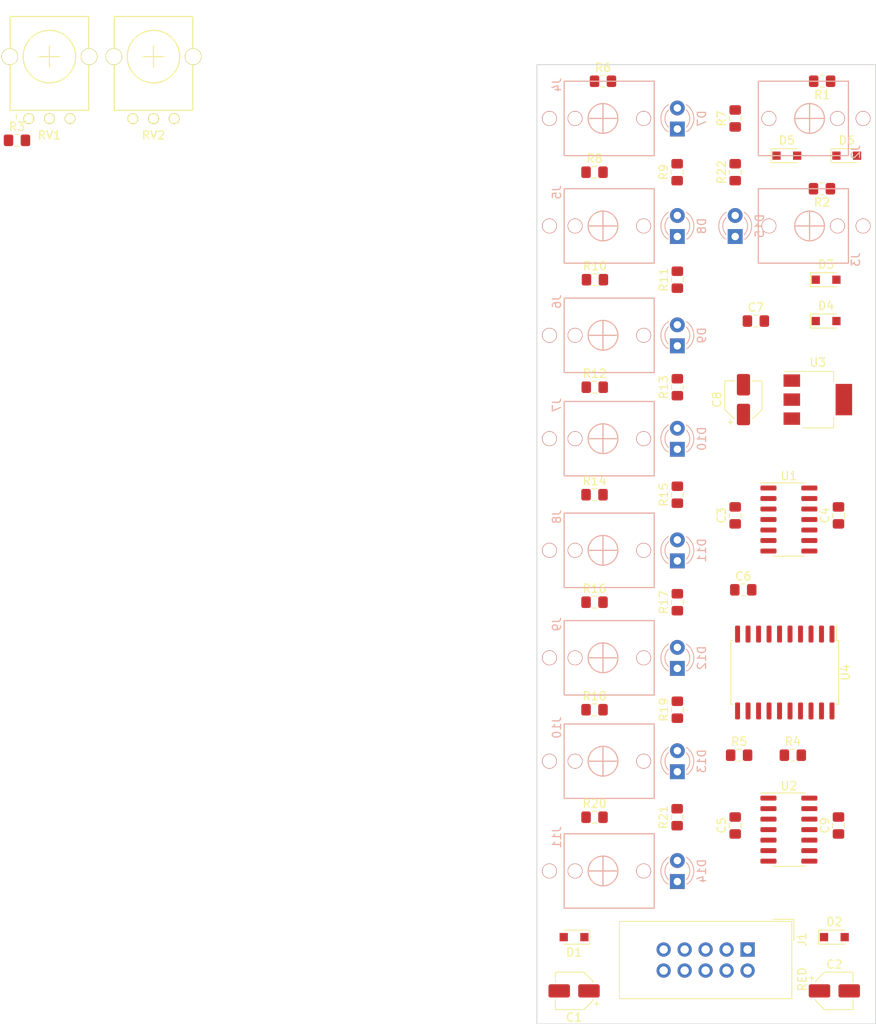
<source format=kicad_pcb>
(kicad_pcb (version 20171130) (host pcbnew 5.1.5-52549c5~84~ubuntu18.04.1)

  (general
    (thickness 1.6)
    (drawings 5)
    (tracks 0)
    (zones 0)
    (modules 63)
    (nets 60)
  )

  (page A4)
  (layers
    (0 F.Cu signal)
    (31 B.Cu signal)
    (32 B.Adhes user)
    (33 F.Adhes user)
    (34 B.Paste user)
    (35 F.Paste user)
    (36 B.SilkS user)
    (37 F.SilkS user)
    (38 B.Mask user)
    (39 F.Mask user)
    (40 Dwgs.User user)
    (41 Cmts.User user)
    (42 Eco1.User user)
    (43 Eco2.User user)
    (44 Edge.Cuts user)
    (45 Margin user)
    (46 B.CrtYd user)
    (47 F.CrtYd user)
    (48 B.Fab user)
    (49 F.Fab user)
  )

  (setup
    (last_trace_width 0.25)
    (trace_clearance 0.2)
    (zone_clearance 0.508)
    (zone_45_only no)
    (trace_min 0.2)
    (via_size 0.8)
    (via_drill 0.4)
    (via_min_size 0.4)
    (via_min_drill 0.3)
    (uvia_size 0.3)
    (uvia_drill 0.1)
    (uvias_allowed no)
    (uvia_min_size 0.2)
    (uvia_min_drill 0.1)
    (edge_width 0.05)
    (segment_width 0.2)
    (pcb_text_width 0.3)
    (pcb_text_size 1.5 1.5)
    (mod_edge_width 0.12)
    (mod_text_size 1 1)
    (mod_text_width 0.15)
    (pad_size 1.524 1.524)
    (pad_drill 0.762)
    (pad_to_mask_clearance 0.051)
    (solder_mask_min_width 0.25)
    (aux_axis_origin 0 0)
    (visible_elements FFFFFF7F)
    (pcbplotparams
      (layerselection 0x010fc_ffffffff)
      (usegerberextensions false)
      (usegerberattributes false)
      (usegerberadvancedattributes false)
      (creategerberjobfile false)
      (excludeedgelayer true)
      (linewidth 0.100000)
      (plotframeref false)
      (viasonmask false)
      (mode 1)
      (useauxorigin false)
      (hpglpennumber 1)
      (hpglpenspeed 20)
      (hpglpendiameter 15.000000)
      (psnegative false)
      (psa4output false)
      (plotreference true)
      (plotvalue true)
      (plotinvisibletext false)
      (padsonsilk false)
      (subtractmaskfromsilk false)
      (outputformat 1)
      (mirror false)
      (drillshape 1)
      (scaleselection 1)
      (outputdirectory ""))
  )

  (net 0 "")
  (net 1 GND)
  (net 2 /+12V)
  (net 3 /-12V)
  (net 4 VCC)
  (net 5 "Net-(D7-Pad2)")
  (net 6 "Net-(D8-Pad2)")
  (net 7 "Net-(D9-Pad2)")
  (net 8 /CV_IN)
  (net 9 "Net-(J2-Pad2)")
  (net 10 "Net-(J3-Pad2)")
  (net 11 "Net-(J4-Pad1)")
  (net 12 "Net-(J4-Pad2)")
  (net 13 "Net-(J5-Pad1)")
  (net 14 "Net-(J5-Pad2)")
  (net 15 "Net-(J6-Pad1)")
  (net 16 "Net-(J6-Pad2)")
  (net 17 "Net-(J7-Pad1)")
  (net 18 "Net-(J7-Pad2)")
  (net 19 "Net-(J8-Pad1)")
  (net 20 "Net-(J8-Pad2)")
  (net 21 /CLOCK_IN)
  (net 22 "Net-(J10-Pad2)")
  (net 23 "Net-(J11-Pad2)")
  (net 24 /RDY)
  (net 25 "Net-(R3-Pad2)")
  (net 26 "Net-(R10-Pad2)")
  (net 27 /OFL)
  (net 28 /VREF-)
  (net 29 /DB7)
  (net 30 /DB6)
  (net 31 /DB5)
  (net 32 /DB4)
  (net 33 /DB3)
  (net 34 /DB2)
  (net 35 /DB1)
  (net 36 /DB0)
  (net 37 /VIN)
  (net 38 "Net-(C1-Pad1)")
  (net 39 "Net-(C2-Pad1)")
  (net 40 "Net-(D10-Pad2)")
  (net 41 "Net-(D11-Pad2)")
  (net 42 "Net-(D12-Pad2)")
  (net 43 "Net-(D13-Pad2)")
  (net 44 "Net-(D14-Pad2)")
  (net 45 "Net-(D15-Pad2)")
  (net 46 "Net-(J9-Pad1)")
  (net 47 "Net-(J9-Pad2)")
  (net 48 "Net-(J10-Pad1)")
  (net 49 "Net-(J11-Pad1)")
  (net 50 "Net-(R2-Pad2)")
  (net 51 "Net-(R6-Pad2)")
  (net 52 "Net-(R8-Pad2)")
  (net 53 "Net-(R12-Pad2)")
  (net 54 "Net-(R14-Pad2)")
  (net 55 "Net-(R16-Pad2)")
  (net 56 "Net-(R18-Pad2)")
  (net 57 "Net-(R20-Pad2)")
  (net 58 "Net-(U4-Pad19)")
  (net 59 "Net-(U4-Pad9)")

  (net_class Default "This is the default net class."
    (clearance 0.2)
    (trace_width 0.25)
    (via_dia 0.8)
    (via_drill 0.4)
    (uvia_dia 0.3)
    (uvia_drill 0.1)
    (add_net /+12V)
    (add_net /-12V)
    (add_net /CLOCK_IN)
    (add_net /CV_IN)
    (add_net /DB0)
    (add_net /DB1)
    (add_net /DB2)
    (add_net /DB3)
    (add_net /DB4)
    (add_net /DB5)
    (add_net /DB6)
    (add_net /DB7)
    (add_net /OFL)
    (add_net /RDY)
    (add_net /VIN)
    (add_net /VREF-)
    (add_net GND)
    (add_net "Net-(C1-Pad1)")
    (add_net "Net-(C2-Pad1)")
    (add_net "Net-(D10-Pad2)")
    (add_net "Net-(D11-Pad2)")
    (add_net "Net-(D12-Pad2)")
    (add_net "Net-(D13-Pad2)")
    (add_net "Net-(D14-Pad2)")
    (add_net "Net-(D15-Pad2)")
    (add_net "Net-(D7-Pad2)")
    (add_net "Net-(D8-Pad2)")
    (add_net "Net-(D9-Pad2)")
    (add_net "Net-(J10-Pad1)")
    (add_net "Net-(J10-Pad2)")
    (add_net "Net-(J11-Pad1)")
    (add_net "Net-(J11-Pad2)")
    (add_net "Net-(J2-Pad2)")
    (add_net "Net-(J3-Pad2)")
    (add_net "Net-(J4-Pad1)")
    (add_net "Net-(J4-Pad2)")
    (add_net "Net-(J5-Pad1)")
    (add_net "Net-(J5-Pad2)")
    (add_net "Net-(J6-Pad1)")
    (add_net "Net-(J6-Pad2)")
    (add_net "Net-(J7-Pad1)")
    (add_net "Net-(J7-Pad2)")
    (add_net "Net-(J8-Pad1)")
    (add_net "Net-(J8-Pad2)")
    (add_net "Net-(J9-Pad1)")
    (add_net "Net-(J9-Pad2)")
    (add_net "Net-(R10-Pad2)")
    (add_net "Net-(R12-Pad2)")
    (add_net "Net-(R14-Pad2)")
    (add_net "Net-(R16-Pad2)")
    (add_net "Net-(R18-Pad2)")
    (add_net "Net-(R2-Pad2)")
    (add_net "Net-(R20-Pad2)")
    (add_net "Net-(R3-Pad2)")
    (add_net "Net-(R6-Pad2)")
    (add_net "Net-(R8-Pad2)")
    (add_net "Net-(U4-Pad19)")
    (add_net "Net-(U4-Pad9)")
    (add_net VCC)
  )

  (module Eurocad:Alpha9mmPot (layer F.Cu) (tedit 57E3FE8C) (tstamp 5E5B0A85)
    (at 152.6 29.025001)
    (path /5E5B249D)
    (fp_text reference RV2 (at 0 9.5) (layer F.SilkS)
      (effects (font (size 1 1) (thickness 0.15)))
    )
    (fp_text value 100k (at 0 -6) (layer F.Fab)
      (effects (font (size 1 1) (thickness 0.15)))
    )
    (fp_line (start -4.75 -4.85) (end 4.75 -4.85) (layer F.SilkS) (width 0.15))
    (fp_line (start -4.75 6.5) (end 4.75 6.5) (layer F.SilkS) (width 0.15))
    (fp_line (start 4.75 -4.85) (end 4.75 6.5) (layer F.SilkS) (width 0.15))
    (fp_line (start -4.75 -4.85) (end -4.75 6.5) (layer F.SilkS) (width 0.15))
    (fp_circle (center 0 0) (end 3.175 0) (layer F.SilkS) (width 0.15))
    (fp_line (start 0 -1.27) (end 0 1.27) (layer F.SilkS) (width 0.15))
    (fp_line (start -1.27 0) (end 1.27 0) (layer F.SilkS) (width 0.15))
    (pad "" thru_hole circle (at 4.8 0) (size 2 2) (drill 1.8) (layers *.Cu *.Mask F.SilkS))
    (pad "" thru_hole circle (at -4.8 0) (size 2 2) (drill 1.8) (layers *.Cu *.Mask F.SilkS))
    (pad 3 thru_hole circle (at 2.5 7.5) (size 1.3 1.3) (drill 1) (layers *.Cu *.Mask F.SilkS)
      (net 1 GND))
    (pad 2 thru_hole circle (at 0 7.5) (size 1.3 1.3) (drill 1) (layers *.Cu *.Mask F.SilkS)
      (net 25 "Net-(R3-Pad2)"))
    (pad 1 thru_hole circle (at -2.5 7.5) (size 1.3 1.3) (drill 1) (layers *.Cu *.Mask F.SilkS)
      (net 4 VCC))
  )

  (module Eurocad:Alpha9mmPot (layer F.Cu) (tedit 57E3FE8C) (tstamp 5E5B0A75)
    (at 140 29.025001)
    (path /5E5A92C1)
    (fp_text reference RV1 (at 0 9.5) (layer F.SilkS)
      (effects (font (size 1 1) (thickness 0.15)))
    )
    (fp_text value 100k (at 0 -6) (layer F.Fab)
      (effects (font (size 1 1) (thickness 0.15)))
    )
    (fp_line (start -4.75 -4.85) (end 4.75 -4.85) (layer F.SilkS) (width 0.15))
    (fp_line (start -4.75 6.5) (end 4.75 6.5) (layer F.SilkS) (width 0.15))
    (fp_line (start 4.75 -4.85) (end 4.75 6.5) (layer F.SilkS) (width 0.15))
    (fp_line (start -4.75 -4.85) (end -4.75 6.5) (layer F.SilkS) (width 0.15))
    (fp_circle (center 0 0) (end 3.175 0) (layer F.SilkS) (width 0.15))
    (fp_line (start 0 -1.27) (end 0 1.27) (layer F.SilkS) (width 0.15))
    (fp_line (start -1.27 0) (end 1.27 0) (layer F.SilkS) (width 0.15))
    (pad "" thru_hole circle (at 4.8 0) (size 2 2) (drill 1.8) (layers *.Cu *.Mask F.SilkS))
    (pad "" thru_hole circle (at -4.8 0) (size 2 2) (drill 1.8) (layers *.Cu *.Mask F.SilkS))
    (pad 3 thru_hole circle (at 2.5 7.5) (size 1.3 1.3) (drill 1) (layers *.Cu *.Mask F.SilkS)
      (net 1 GND))
    (pad 2 thru_hole circle (at 0 7.5) (size 1.3 1.3) (drill 1) (layers *.Cu *.Mask F.SilkS)
      (net 50 "Net-(R2-Pad2)"))
    (pad 1 thru_hole circle (at -2.5 7.5) (size 1.3 1.3) (drill 1) (layers *.Cu *.Mask F.SilkS)
      (net 8 /CV_IN))
  )

  (module Resistor_SMD:R_0805_2012Metric_Pad1.15x1.40mm_HandSolder (layer F.Cu) (tedit 5B36C52B) (tstamp 5E5B0935)
    (at 136.075001 39.145001)
    (descr "Resistor SMD 0805 (2012 Metric), square (rectangular) end terminal, IPC_7351 nominal with elongated pad for handsoldering. (Body size source: https://docs.google.com/spreadsheets/d/1BsfQQcO9C6DZCsRaXUlFlo91Tg2WpOkGARC1WS5S8t0/edit?usp=sharing), generated with kicad-footprint-generator")
    (tags "resistor handsolder")
    (path /5E5B33F6)
    (attr smd)
    (fp_text reference R3 (at 0 -1.65) (layer F.SilkS)
      (effects (font (size 1 1) (thickness 0.15)))
    )
    (fp_text value 100K (at 0 1.65) (layer F.Fab)
      (effects (font (size 1 1) (thickness 0.15)))
    )
    (fp_text user %R (at 0 0) (layer F.Fab)
      (effects (font (size 0.5 0.5) (thickness 0.08)))
    )
    (fp_line (start 1.85 0.95) (end -1.85 0.95) (layer F.CrtYd) (width 0.05))
    (fp_line (start 1.85 -0.95) (end 1.85 0.95) (layer F.CrtYd) (width 0.05))
    (fp_line (start -1.85 -0.95) (end 1.85 -0.95) (layer F.CrtYd) (width 0.05))
    (fp_line (start -1.85 0.95) (end -1.85 -0.95) (layer F.CrtYd) (width 0.05))
    (fp_line (start -0.261252 0.71) (end 0.261252 0.71) (layer F.SilkS) (width 0.12))
    (fp_line (start -0.261252 -0.71) (end 0.261252 -0.71) (layer F.SilkS) (width 0.12))
    (fp_line (start 1 0.6) (end -1 0.6) (layer F.Fab) (width 0.1))
    (fp_line (start 1 -0.6) (end 1 0.6) (layer F.Fab) (width 0.1))
    (fp_line (start -1 -0.6) (end 1 -0.6) (layer F.Fab) (width 0.1))
    (fp_line (start -1 0.6) (end -1 -0.6) (layer F.Fab) (width 0.1))
    (pad 2 smd roundrect (at 1.025 0) (size 1.15 1.4) (layers F.Cu F.Paste F.Mask) (roundrect_rratio 0.217391)
      (net 25 "Net-(R3-Pad2)"))
    (pad 1 smd roundrect (at -1.025 0) (size 1.15 1.4) (layers F.Cu F.Paste F.Mask) (roundrect_rratio 0.217391)
      (net 37 /VIN))
    (model ${KISYS3DMOD}/Resistor_SMD.3dshapes/R_0805_2012Metric.wrl
      (at (xyz 0 0 0))
      (scale (xyz 1 1 1))
      (rotate (xyz 0 0 0))
    )
  )

  (module EurorackRSH:Eurorack_Power_Header_Shrouded (layer F.Cu) (tedit 5E5AEF31) (tstamp 5E47461B)
    (at 224.5 137 270)
    (descr "Through hole straight IDC box header, 2x05, 2.54mm pitch, double rows")
    (tags "Through hole IDC box header THT 2x05 2.54mm double row")
    (path /5E4467ED)
    (fp_text reference J1 (at -1.2 -6.6 90) (layer F.SilkS)
      (effects (font (size 1 1) (thickness 0.15)))
    )
    (fp_text value EURO_PWR_2x5 (at 1.27 16.764 90) (layer F.Fab)
      (effects (font (size 1 1) (thickness 0.15)))
    )
    (fp_text user RED (at 3.6 -6.6 90) (layer F.SilkS)
      (effects (font (size 1 1) (thickness 0.15)))
    )
    (fp_line (start -3.655 -5.6) (end -1.115 -5.6) (layer F.SilkS) (width 0.12))
    (fp_line (start -3.655 -5.6) (end -3.655 -3.06) (layer F.SilkS) (width 0.12))
    (fp_line (start -3.405 -5.35) (end 5.945 -5.35) (layer F.SilkS) (width 0.12))
    (fp_line (start -3.405 15.51) (end -3.405 -5.35) (layer F.SilkS) (width 0.12))
    (fp_line (start 5.945 15.51) (end -3.405 15.51) (layer F.SilkS) (width 0.12))
    (fp_line (start 5.945 -5.35) (end 5.945 15.51) (layer F.SilkS) (width 0.12))
    (fp_line (start -3.41 -5.35) (end 5.95 -5.35) (layer F.CrtYd) (width 0.05))
    (fp_line (start -3.41 15.51) (end -3.41 -5.35) (layer F.CrtYd) (width 0.05))
    (fp_line (start 5.95 15.51) (end -3.41 15.51) (layer F.CrtYd) (width 0.05))
    (fp_line (start 5.95 -5.35) (end 5.95 15.51) (layer F.CrtYd) (width 0.05))
    (fp_line (start -3.155 15.26) (end -2.605 14.7) (layer F.Fab) (width 0.1))
    (fp_line (start -3.155 -5.1) (end -2.605 -4.56) (layer F.Fab) (width 0.1))
    (fp_line (start 5.695 15.26) (end 5.145 14.7) (layer F.Fab) (width 0.1))
    (fp_line (start 5.695 -5.1) (end 5.145 -4.56) (layer F.Fab) (width 0.1))
    (fp_line (start 5.145 14.7) (end -2.605 14.7) (layer F.Fab) (width 0.1))
    (fp_line (start 5.695 15.26) (end -3.155 15.26) (layer F.Fab) (width 0.1))
    (fp_line (start 5.145 -4.56) (end -2.605 -4.56) (layer F.Fab) (width 0.1))
    (fp_line (start 5.695 -5.1) (end -3.155 -5.1) (layer F.Fab) (width 0.1))
    (fp_line (start -2.605 7.33) (end -3.155 7.33) (layer F.Fab) (width 0.1))
    (fp_line (start -2.605 2.83) (end -3.155 2.83) (layer F.Fab) (width 0.1))
    (fp_line (start -2.605 7.33) (end -2.605 14.7) (layer F.Fab) (width 0.1))
    (fp_line (start -2.605 -4.56) (end -2.605 2.83) (layer F.Fab) (width 0.1))
    (fp_line (start -3.155 -5.1) (end -3.155 15.26) (layer F.Fab) (width 0.1))
    (fp_line (start 5.145 -4.56) (end 5.145 14.7) (layer F.Fab) (width 0.1))
    (fp_line (start 5.695 -5.1) (end 5.695 15.26) (layer F.Fab) (width 0.1))
    (fp_text user %R (at 1.27 5.08 90) (layer F.Fab)
      (effects (font (size 1 1) (thickness 0.15)))
    )
    (pad 10 thru_hole oval (at 2.54 10.16 270) (size 1.7272 1.7272) (drill 1.016) (layers *.Cu *.Mask)
      (net 2 /+12V))
    (pad 9 thru_hole oval (at 0 10.16 270) (size 1.7272 1.7272) (drill 1.016) (layers *.Cu *.Mask)
      (net 2 /+12V))
    (pad 8 thru_hole oval (at 2.54 7.62 270) (size 1.7272 1.7272) (drill 1.016) (layers *.Cu *.Mask)
      (net 1 GND))
    (pad 7 thru_hole oval (at 0 7.62 270) (size 1.7272 1.7272) (drill 1.016) (layers *.Cu *.Mask)
      (net 1 GND))
    (pad 6 thru_hole oval (at 2.54 5.08 270) (size 1.7272 1.7272) (drill 1.016) (layers *.Cu *.Mask)
      (net 1 GND))
    (pad 5 thru_hole oval (at 0 5.08 270) (size 1.7272 1.7272) (drill 1.016) (layers *.Cu *.Mask)
      (net 1 GND))
    (pad 4 thru_hole oval (at 2.54 2.54 270) (size 1.7272 1.7272) (drill 1.016) (layers *.Cu *.Mask)
      (net 1 GND))
    (pad 3 thru_hole oval (at 0 2.54 270) (size 1.7272 1.7272) (drill 1.016) (layers *.Cu *.Mask)
      (net 1 GND))
    (pad 2 thru_hole oval (at 2.54 0 270) (size 1.7272 1.7272) (drill 1.016) (layers *.Cu *.Mask)
      (net 3 /-12V))
    (pad 1 thru_hole rect (at 0 0 270) (size 1.7272 1.7272) (drill 1.016) (layers *.Cu *.Mask)
      (net 3 /-12V))
    (model ${KISYS3DMOD}/Connector_IDC.3dshapes/IDC-Header_2x05_P2.54mm_Vertical.wrl
      (at (xyz 0 0 0))
      (scale (xyz 1 1 1))
      (rotate (xyz 0 0 0))
    )
  )

  (module LED_THT:LED_D3.0mm (layer B.Cu) (tedit 587A3A7B) (tstamp 5E46CD29)
    (at 216 128.775 90)
    (descr "LED, diameter 3.0mm, 2 pins")
    (tags "LED diameter 3.0mm 2 pins")
    (path /5E3ABC38)
    (fp_text reference D14 (at 1.27 2.96 90) (layer B.SilkS)
      (effects (font (size 1 1) (thickness 0.15)) (justify mirror))
    )
    (fp_text value LED (at 1.27 -2.96 90) (layer B.Fab)
      (effects (font (size 1 1) (thickness 0.15)) (justify mirror))
    )
    (fp_line (start 3.7 2.25) (end -1.15 2.25) (layer B.CrtYd) (width 0.05))
    (fp_line (start 3.7 -2.25) (end 3.7 2.25) (layer B.CrtYd) (width 0.05))
    (fp_line (start -1.15 -2.25) (end 3.7 -2.25) (layer B.CrtYd) (width 0.05))
    (fp_line (start -1.15 2.25) (end -1.15 -2.25) (layer B.CrtYd) (width 0.05))
    (fp_line (start -0.29 -1.08) (end -0.29 -1.236) (layer B.SilkS) (width 0.12))
    (fp_line (start -0.29 1.236) (end -0.29 1.08) (layer B.SilkS) (width 0.12))
    (fp_line (start -0.23 1.16619) (end -0.23 -1.16619) (layer B.Fab) (width 0.1))
    (fp_circle (center 1.27 0) (end 2.77 0) (layer B.Fab) (width 0.1))
    (fp_arc (start 1.27 0) (end 0.229039 -1.08) (angle 87.9) (layer B.SilkS) (width 0.12))
    (fp_arc (start 1.27 0) (end 0.229039 1.08) (angle -87.9) (layer B.SilkS) (width 0.12))
    (fp_arc (start 1.27 0) (end -0.29 -1.235516) (angle 108.8) (layer B.SilkS) (width 0.12))
    (fp_arc (start 1.27 0) (end -0.29 1.235516) (angle -108.8) (layer B.SilkS) (width 0.12))
    (fp_arc (start 1.27 0) (end -0.23 1.16619) (angle -284.3) (layer B.Fab) (width 0.1))
    (pad 2 thru_hole circle (at 2.54 0 90) (size 1.8 1.8) (drill 0.9) (layers *.Cu *.Mask)
      (net 44 "Net-(D14-Pad2)"))
    (pad 1 thru_hole rect (at 0 0 90) (size 1.8 1.8) (drill 0.9) (layers *.Cu *.Mask)
      (net 1 GND))
    (model ${KISYS3DMOD}/LED_THT.3dshapes/LED_D3.0mm.wrl
      (at (xyz 0 0 0))
      (scale (xyz 1 1 1))
      (rotate (xyz 0 0 0))
    )
  )

  (module LED_THT:LED_D3.0mm (layer B.Cu) (tedit 587A3A7B) (tstamp 5E46CD18)
    (at 216 115.5 90)
    (descr "LED, diameter 3.0mm, 2 pins")
    (tags "LED diameter 3.0mm 2 pins")
    (path /5E3AB264)
    (fp_text reference D13 (at 1.27 2.96 90) (layer B.SilkS)
      (effects (font (size 1 1) (thickness 0.15)) (justify mirror))
    )
    (fp_text value LED (at 1.27 -2.96 90) (layer B.Fab)
      (effects (font (size 1 1) (thickness 0.15)) (justify mirror))
    )
    (fp_line (start 3.7 2.25) (end -1.15 2.25) (layer B.CrtYd) (width 0.05))
    (fp_line (start 3.7 -2.25) (end 3.7 2.25) (layer B.CrtYd) (width 0.05))
    (fp_line (start -1.15 -2.25) (end 3.7 -2.25) (layer B.CrtYd) (width 0.05))
    (fp_line (start -1.15 2.25) (end -1.15 -2.25) (layer B.CrtYd) (width 0.05))
    (fp_line (start -0.29 -1.08) (end -0.29 -1.236) (layer B.SilkS) (width 0.12))
    (fp_line (start -0.29 1.236) (end -0.29 1.08) (layer B.SilkS) (width 0.12))
    (fp_line (start -0.23 1.16619) (end -0.23 -1.16619) (layer B.Fab) (width 0.1))
    (fp_circle (center 1.27 0) (end 2.77 0) (layer B.Fab) (width 0.1))
    (fp_arc (start 1.27 0) (end 0.229039 -1.08) (angle 87.9) (layer B.SilkS) (width 0.12))
    (fp_arc (start 1.27 0) (end 0.229039 1.08) (angle -87.9) (layer B.SilkS) (width 0.12))
    (fp_arc (start 1.27 0) (end -0.29 -1.235516) (angle 108.8) (layer B.SilkS) (width 0.12))
    (fp_arc (start 1.27 0) (end -0.29 1.235516) (angle -108.8) (layer B.SilkS) (width 0.12))
    (fp_arc (start 1.27 0) (end -0.23 1.16619) (angle -284.3) (layer B.Fab) (width 0.1))
    (pad 2 thru_hole circle (at 2.54 0 90) (size 1.8 1.8) (drill 0.9) (layers *.Cu *.Mask)
      (net 43 "Net-(D13-Pad2)"))
    (pad 1 thru_hole rect (at 0 0 90) (size 1.8 1.8) (drill 0.9) (layers *.Cu *.Mask)
      (net 1 GND))
    (model ${KISYS3DMOD}/LED_THT.3dshapes/LED_D3.0mm.wrl
      (at (xyz 0 0 0))
      (scale (xyz 1 1 1))
      (rotate (xyz 0 0 0))
    )
  )

  (module LED_THT:LED_D3.0mm (layer B.Cu) (tedit 587A3A7B) (tstamp 5E46CD07)
    (at 216 103 90)
    (descr "LED, diameter 3.0mm, 2 pins")
    (tags "LED diameter 3.0mm 2 pins")
    (path /5E3AAB89)
    (fp_text reference D12 (at 1.27 2.96 90) (layer B.SilkS)
      (effects (font (size 1 1) (thickness 0.15)) (justify mirror))
    )
    (fp_text value LED (at 1.27 -2.96 90) (layer B.Fab)
      (effects (font (size 1 1) (thickness 0.15)) (justify mirror))
    )
    (fp_line (start 3.7 2.25) (end -1.15 2.25) (layer B.CrtYd) (width 0.05))
    (fp_line (start 3.7 -2.25) (end 3.7 2.25) (layer B.CrtYd) (width 0.05))
    (fp_line (start -1.15 -2.25) (end 3.7 -2.25) (layer B.CrtYd) (width 0.05))
    (fp_line (start -1.15 2.25) (end -1.15 -2.25) (layer B.CrtYd) (width 0.05))
    (fp_line (start -0.29 -1.08) (end -0.29 -1.236) (layer B.SilkS) (width 0.12))
    (fp_line (start -0.29 1.236) (end -0.29 1.08) (layer B.SilkS) (width 0.12))
    (fp_line (start -0.23 1.16619) (end -0.23 -1.16619) (layer B.Fab) (width 0.1))
    (fp_circle (center 1.27 0) (end 2.77 0) (layer B.Fab) (width 0.1))
    (fp_arc (start 1.27 0) (end 0.229039 -1.08) (angle 87.9) (layer B.SilkS) (width 0.12))
    (fp_arc (start 1.27 0) (end 0.229039 1.08) (angle -87.9) (layer B.SilkS) (width 0.12))
    (fp_arc (start 1.27 0) (end -0.29 -1.235516) (angle 108.8) (layer B.SilkS) (width 0.12))
    (fp_arc (start 1.27 0) (end -0.29 1.235516) (angle -108.8) (layer B.SilkS) (width 0.12))
    (fp_arc (start 1.27 0) (end -0.23 1.16619) (angle -284.3) (layer B.Fab) (width 0.1))
    (pad 2 thru_hole circle (at 2.54 0 90) (size 1.8 1.8) (drill 0.9) (layers *.Cu *.Mask)
      (net 42 "Net-(D12-Pad2)"))
    (pad 1 thru_hole rect (at 0 0 90) (size 1.8 1.8) (drill 0.9) (layers *.Cu *.Mask)
      (net 1 GND))
    (model ${KISYS3DMOD}/LED_THT.3dshapes/LED_D3.0mm.wrl
      (at (xyz 0 0 0))
      (scale (xyz 1 1 1))
      (rotate (xyz 0 0 0))
    )
  )

  (module LED_THT:LED_D3.0mm (layer B.Cu) (tedit 587A3A7B) (tstamp 5E46CCF6)
    (at 216 90 90)
    (descr "LED, diameter 3.0mm, 2 pins")
    (tags "LED diameter 3.0mm 2 pins")
    (path /5E3AA418)
    (fp_text reference D11 (at 1.27 2.96 90) (layer B.SilkS)
      (effects (font (size 1 1) (thickness 0.15)) (justify mirror))
    )
    (fp_text value LED (at 1.27 -2.96 90) (layer B.Fab)
      (effects (font (size 1 1) (thickness 0.15)) (justify mirror))
    )
    (fp_line (start 3.7 2.25) (end -1.15 2.25) (layer B.CrtYd) (width 0.05))
    (fp_line (start 3.7 -2.25) (end 3.7 2.25) (layer B.CrtYd) (width 0.05))
    (fp_line (start -1.15 -2.25) (end 3.7 -2.25) (layer B.CrtYd) (width 0.05))
    (fp_line (start -1.15 2.25) (end -1.15 -2.25) (layer B.CrtYd) (width 0.05))
    (fp_line (start -0.29 -1.08) (end -0.29 -1.236) (layer B.SilkS) (width 0.12))
    (fp_line (start -0.29 1.236) (end -0.29 1.08) (layer B.SilkS) (width 0.12))
    (fp_line (start -0.23 1.16619) (end -0.23 -1.16619) (layer B.Fab) (width 0.1))
    (fp_circle (center 1.27 0) (end 2.77 0) (layer B.Fab) (width 0.1))
    (fp_arc (start 1.27 0) (end 0.229039 -1.08) (angle 87.9) (layer B.SilkS) (width 0.12))
    (fp_arc (start 1.27 0) (end 0.229039 1.08) (angle -87.9) (layer B.SilkS) (width 0.12))
    (fp_arc (start 1.27 0) (end -0.29 -1.235516) (angle 108.8) (layer B.SilkS) (width 0.12))
    (fp_arc (start 1.27 0) (end -0.29 1.235516) (angle -108.8) (layer B.SilkS) (width 0.12))
    (fp_arc (start 1.27 0) (end -0.23 1.16619) (angle -284.3) (layer B.Fab) (width 0.1))
    (pad 2 thru_hole circle (at 2.54 0 90) (size 1.8 1.8) (drill 0.9) (layers *.Cu *.Mask)
      (net 41 "Net-(D11-Pad2)"))
    (pad 1 thru_hole rect (at 0 0 90) (size 1.8 1.8) (drill 0.9) (layers *.Cu *.Mask)
      (net 1 GND))
    (model ${KISYS3DMOD}/LED_THT.3dshapes/LED_D3.0mm.wrl
      (at (xyz 0 0 0))
      (scale (xyz 1 1 1))
      (rotate (xyz 0 0 0))
    )
  )

  (module LED_THT:LED_D3.0mm (layer B.Cu) (tedit 587A3A7B) (tstamp 5E46CCE5)
    (at 216 76.5 90)
    (descr "LED, diameter 3.0mm, 2 pins")
    (tags "LED diameter 3.0mm 2 pins")
    (path /5E398BA5)
    (fp_text reference D10 (at 1.27 2.96 90) (layer B.SilkS)
      (effects (font (size 1 1) (thickness 0.15)) (justify mirror))
    )
    (fp_text value LED (at 1.27 -2.96 90) (layer B.Fab)
      (effects (font (size 1 1) (thickness 0.15)) (justify mirror))
    )
    (fp_line (start 3.7 2.25) (end -1.15 2.25) (layer B.CrtYd) (width 0.05))
    (fp_line (start 3.7 -2.25) (end 3.7 2.25) (layer B.CrtYd) (width 0.05))
    (fp_line (start -1.15 -2.25) (end 3.7 -2.25) (layer B.CrtYd) (width 0.05))
    (fp_line (start -1.15 2.25) (end -1.15 -2.25) (layer B.CrtYd) (width 0.05))
    (fp_line (start -0.29 -1.08) (end -0.29 -1.236) (layer B.SilkS) (width 0.12))
    (fp_line (start -0.29 1.236) (end -0.29 1.08) (layer B.SilkS) (width 0.12))
    (fp_line (start -0.23 1.16619) (end -0.23 -1.16619) (layer B.Fab) (width 0.1))
    (fp_circle (center 1.27 0) (end 2.77 0) (layer B.Fab) (width 0.1))
    (fp_arc (start 1.27 0) (end 0.229039 -1.08) (angle 87.9) (layer B.SilkS) (width 0.12))
    (fp_arc (start 1.27 0) (end 0.229039 1.08) (angle -87.9) (layer B.SilkS) (width 0.12))
    (fp_arc (start 1.27 0) (end -0.29 -1.235516) (angle 108.8) (layer B.SilkS) (width 0.12))
    (fp_arc (start 1.27 0) (end -0.29 1.235516) (angle -108.8) (layer B.SilkS) (width 0.12))
    (fp_arc (start 1.27 0) (end -0.23 1.16619) (angle -284.3) (layer B.Fab) (width 0.1))
    (pad 2 thru_hole circle (at 2.54 0 90) (size 1.8 1.8) (drill 0.9) (layers *.Cu *.Mask)
      (net 40 "Net-(D10-Pad2)"))
    (pad 1 thru_hole rect (at 0 0 90) (size 1.8 1.8) (drill 0.9) (layers *.Cu *.Mask)
      (net 1 GND))
    (model ${KISYS3DMOD}/LED_THT.3dshapes/LED_D3.0mm.wrl
      (at (xyz 0 0 0))
      (scale (xyz 1 1 1))
      (rotate (xyz 0 0 0))
    )
  )

  (module LED_THT:LED_D3.0mm (layer B.Cu) (tedit 587A3A7B) (tstamp 5E46CCD4)
    (at 216 64 90)
    (descr "LED, diameter 3.0mm, 2 pins")
    (tags "LED diameter 3.0mm 2 pins")
    (path /5E3943F9)
    (fp_text reference D9 (at 1.27 2.96 90) (layer B.SilkS)
      (effects (font (size 1 1) (thickness 0.15)) (justify mirror))
    )
    (fp_text value LED (at 1.27 -2.96 90) (layer B.Fab)
      (effects (font (size 1 1) (thickness 0.15)) (justify mirror))
    )
    (fp_line (start 3.7 2.25) (end -1.15 2.25) (layer B.CrtYd) (width 0.05))
    (fp_line (start 3.7 -2.25) (end 3.7 2.25) (layer B.CrtYd) (width 0.05))
    (fp_line (start -1.15 -2.25) (end 3.7 -2.25) (layer B.CrtYd) (width 0.05))
    (fp_line (start -1.15 2.25) (end -1.15 -2.25) (layer B.CrtYd) (width 0.05))
    (fp_line (start -0.29 -1.08) (end -0.29 -1.236) (layer B.SilkS) (width 0.12))
    (fp_line (start -0.29 1.236) (end -0.29 1.08) (layer B.SilkS) (width 0.12))
    (fp_line (start -0.23 1.16619) (end -0.23 -1.16619) (layer B.Fab) (width 0.1))
    (fp_circle (center 1.27 0) (end 2.77 0) (layer B.Fab) (width 0.1))
    (fp_arc (start 1.27 0) (end 0.229039 -1.08) (angle 87.9) (layer B.SilkS) (width 0.12))
    (fp_arc (start 1.27 0) (end 0.229039 1.08) (angle -87.9) (layer B.SilkS) (width 0.12))
    (fp_arc (start 1.27 0) (end -0.29 -1.235516) (angle 108.8) (layer B.SilkS) (width 0.12))
    (fp_arc (start 1.27 0) (end -0.29 1.235516) (angle -108.8) (layer B.SilkS) (width 0.12))
    (fp_arc (start 1.27 0) (end -0.23 1.16619) (angle -284.3) (layer B.Fab) (width 0.1))
    (pad 2 thru_hole circle (at 2.54 0 90) (size 1.8 1.8) (drill 0.9) (layers *.Cu *.Mask)
      (net 7 "Net-(D9-Pad2)"))
    (pad 1 thru_hole rect (at 0 0 90) (size 1.8 1.8) (drill 0.9) (layers *.Cu *.Mask)
      (net 1 GND))
    (model ${KISYS3DMOD}/LED_THT.3dshapes/LED_D3.0mm.wrl
      (at (xyz 0 0 0))
      (scale (xyz 1 1 1))
      (rotate (xyz 0 0 0))
    )
  )

  (module LED_THT:LED_D3.0mm (layer B.Cu) (tedit 587A3A7B) (tstamp 5E46CCC3)
    (at 216 50.775 90)
    (descr "LED, diameter 3.0mm, 2 pins")
    (tags "LED diameter 3.0mm 2 pins")
    (path /5E393E75)
    (fp_text reference D8 (at 1.27 2.96 90) (layer B.SilkS)
      (effects (font (size 1 1) (thickness 0.15)) (justify mirror))
    )
    (fp_text value LED (at 1.27 -2.96 90) (layer B.Fab)
      (effects (font (size 1 1) (thickness 0.15)) (justify mirror))
    )
    (fp_line (start 3.7 2.25) (end -1.15 2.25) (layer B.CrtYd) (width 0.05))
    (fp_line (start 3.7 -2.25) (end 3.7 2.25) (layer B.CrtYd) (width 0.05))
    (fp_line (start -1.15 -2.25) (end 3.7 -2.25) (layer B.CrtYd) (width 0.05))
    (fp_line (start -1.15 2.25) (end -1.15 -2.25) (layer B.CrtYd) (width 0.05))
    (fp_line (start -0.29 -1.08) (end -0.29 -1.236) (layer B.SilkS) (width 0.12))
    (fp_line (start -0.29 1.236) (end -0.29 1.08) (layer B.SilkS) (width 0.12))
    (fp_line (start -0.23 1.16619) (end -0.23 -1.16619) (layer B.Fab) (width 0.1))
    (fp_circle (center 1.27 0) (end 2.77 0) (layer B.Fab) (width 0.1))
    (fp_arc (start 1.27 0) (end 0.229039 -1.08) (angle 87.9) (layer B.SilkS) (width 0.12))
    (fp_arc (start 1.27 0) (end 0.229039 1.08) (angle -87.9) (layer B.SilkS) (width 0.12))
    (fp_arc (start 1.27 0) (end -0.29 -1.235516) (angle 108.8) (layer B.SilkS) (width 0.12))
    (fp_arc (start 1.27 0) (end -0.29 1.235516) (angle -108.8) (layer B.SilkS) (width 0.12))
    (fp_arc (start 1.27 0) (end -0.23 1.16619) (angle -284.3) (layer B.Fab) (width 0.1))
    (pad 2 thru_hole circle (at 2.54 0 90) (size 1.8 1.8) (drill 0.9) (layers *.Cu *.Mask)
      (net 6 "Net-(D8-Pad2)"))
    (pad 1 thru_hole rect (at 0 0 90) (size 1.8 1.8) (drill 0.9) (layers *.Cu *.Mask)
      (net 1 GND))
    (model ${KISYS3DMOD}/LED_THT.3dshapes/LED_D3.0mm.wrl
      (at (xyz 0 0 0))
      (scale (xyz 1 1 1))
      (rotate (xyz 0 0 0))
    )
  )

  (module LED_THT:LED_D3.0mm (layer B.Cu) (tedit 587A3A7B) (tstamp 5E46CCB2)
    (at 216 37.775 90)
    (descr "LED, diameter 3.0mm, 2 pins")
    (tags "LED diameter 3.0mm 2 pins")
    (path /5E4047E3)
    (fp_text reference D7 (at 1.27 2.96 90) (layer B.SilkS)
      (effects (font (size 1 1) (thickness 0.15)) (justify mirror))
    )
    (fp_text value LED (at 1.27 -2.96 90) (layer B.Fab)
      (effects (font (size 1 1) (thickness 0.15)) (justify mirror))
    )
    (fp_line (start 3.7 2.25) (end -1.15 2.25) (layer B.CrtYd) (width 0.05))
    (fp_line (start 3.7 -2.25) (end 3.7 2.25) (layer B.CrtYd) (width 0.05))
    (fp_line (start -1.15 -2.25) (end 3.7 -2.25) (layer B.CrtYd) (width 0.05))
    (fp_line (start -1.15 2.25) (end -1.15 -2.25) (layer B.CrtYd) (width 0.05))
    (fp_line (start -0.29 -1.08) (end -0.29 -1.236) (layer B.SilkS) (width 0.12))
    (fp_line (start -0.29 1.236) (end -0.29 1.08) (layer B.SilkS) (width 0.12))
    (fp_line (start -0.23 1.16619) (end -0.23 -1.16619) (layer B.Fab) (width 0.1))
    (fp_circle (center 1.27 0) (end 2.77 0) (layer B.Fab) (width 0.1))
    (fp_arc (start 1.27 0) (end 0.229039 -1.08) (angle 87.9) (layer B.SilkS) (width 0.12))
    (fp_arc (start 1.27 0) (end 0.229039 1.08) (angle -87.9) (layer B.SilkS) (width 0.12))
    (fp_arc (start 1.27 0) (end -0.29 -1.235516) (angle 108.8) (layer B.SilkS) (width 0.12))
    (fp_arc (start 1.27 0) (end -0.29 1.235516) (angle -108.8) (layer B.SilkS) (width 0.12))
    (fp_arc (start 1.27 0) (end -0.23 1.16619) (angle -284.3) (layer B.Fab) (width 0.1))
    (pad 2 thru_hole circle (at 2.54 0 90) (size 1.8 1.8) (drill 0.9) (layers *.Cu *.Mask)
      (net 5 "Net-(D7-Pad2)"))
    (pad 1 thru_hole rect (at 0 0 90) (size 1.8 1.8) (drill 0.9) (layers *.Cu *.Mask)
      (net 1 GND))
    (model ${KISYS3DMOD}/LED_THT.3dshapes/LED_D3.0mm.wrl
      (at (xyz 0 0 0))
      (scale (xyz 1 1 1))
      (rotate (xyz 0 0 0))
    )
  )

  (module LED_THT:LED_D3.0mm (layer B.Cu) (tedit 587A3A7B) (tstamp 5E46CD3A)
    (at 223 50.775 90)
    (descr "LED, diameter 3.0mm, 2 pins")
    (tags "LED diameter 3.0mm 2 pins")
    (path /5E53E105)
    (fp_text reference D15 (at 1.27 2.96 90) (layer B.SilkS)
      (effects (font (size 1 1) (thickness 0.15)) (justify mirror))
    )
    (fp_text value LED (at 1.27 -2.96 90) (layer B.Fab)
      (effects (font (size 1 1) (thickness 0.15)) (justify mirror))
    )
    (fp_line (start 3.7 2.25) (end -1.15 2.25) (layer B.CrtYd) (width 0.05))
    (fp_line (start 3.7 -2.25) (end 3.7 2.25) (layer B.CrtYd) (width 0.05))
    (fp_line (start -1.15 -2.25) (end 3.7 -2.25) (layer B.CrtYd) (width 0.05))
    (fp_line (start -1.15 2.25) (end -1.15 -2.25) (layer B.CrtYd) (width 0.05))
    (fp_line (start -0.29 -1.08) (end -0.29 -1.236) (layer B.SilkS) (width 0.12))
    (fp_line (start -0.29 1.236) (end -0.29 1.08) (layer B.SilkS) (width 0.12))
    (fp_line (start -0.23 1.16619) (end -0.23 -1.16619) (layer B.Fab) (width 0.1))
    (fp_circle (center 1.27 0) (end 2.77 0) (layer B.Fab) (width 0.1))
    (fp_arc (start 1.27 0) (end 0.229039 -1.08) (angle 87.9) (layer B.SilkS) (width 0.12))
    (fp_arc (start 1.27 0) (end 0.229039 1.08) (angle -87.9) (layer B.SilkS) (width 0.12))
    (fp_arc (start 1.27 0) (end -0.29 -1.235516) (angle 108.8) (layer B.SilkS) (width 0.12))
    (fp_arc (start 1.27 0) (end -0.29 1.235516) (angle -108.8) (layer B.SilkS) (width 0.12))
    (fp_arc (start 1.27 0) (end -0.23 1.16619) (angle -284.3) (layer B.Fab) (width 0.1))
    (pad 2 thru_hole circle (at 2.54 0 90) (size 1.8 1.8) (drill 0.9) (layers *.Cu *.Mask)
      (net 45 "Net-(D15-Pad2)"))
    (pad 1 thru_hole rect (at 0 0 90) (size 1.8 1.8) (drill 0.9) (layers *.Cu *.Mask)
      (net 1 GND))
    (model ${KISYS3DMOD}/LED_THT.3dshapes/LED_D3.0mm.wrl
      (at (xyz 0 0 0))
      (scale (xyz 1 1 1))
      (rotate (xyz 0 0 0))
    )
  )

  (module Package_TO_SOT_SMD:SOT-223 (layer F.Cu) (tedit 5A02FF57) (tstamp 5E46D05C)
    (at 233 70.5)
    (descr "module CMS SOT223 4 pins")
    (tags "CMS SOT")
    (path /5E460B09)
    (attr smd)
    (fp_text reference U3 (at 0 -4.5) (layer F.SilkS)
      (effects (font (size 1 1) (thickness 0.15)))
    )
    (fp_text value L7805 (at 0 4.5) (layer F.Fab)
      (effects (font (size 1 1) (thickness 0.15)))
    )
    (fp_line (start 1.85 -3.35) (end 1.85 3.35) (layer F.Fab) (width 0.1))
    (fp_line (start -1.85 3.35) (end 1.85 3.35) (layer F.Fab) (width 0.1))
    (fp_line (start -4.1 -3.41) (end 1.91 -3.41) (layer F.SilkS) (width 0.12))
    (fp_line (start -0.8 -3.35) (end 1.85 -3.35) (layer F.Fab) (width 0.1))
    (fp_line (start -1.85 3.41) (end 1.91 3.41) (layer F.SilkS) (width 0.12))
    (fp_line (start -1.85 -2.3) (end -1.85 3.35) (layer F.Fab) (width 0.1))
    (fp_line (start -4.4 -3.6) (end -4.4 3.6) (layer F.CrtYd) (width 0.05))
    (fp_line (start -4.4 3.6) (end 4.4 3.6) (layer F.CrtYd) (width 0.05))
    (fp_line (start 4.4 3.6) (end 4.4 -3.6) (layer F.CrtYd) (width 0.05))
    (fp_line (start 4.4 -3.6) (end -4.4 -3.6) (layer F.CrtYd) (width 0.05))
    (fp_line (start 1.91 -3.41) (end 1.91 -2.15) (layer F.SilkS) (width 0.12))
    (fp_line (start 1.91 3.41) (end 1.91 2.15) (layer F.SilkS) (width 0.12))
    (fp_line (start -1.85 -2.3) (end -0.8 -3.35) (layer F.Fab) (width 0.1))
    (fp_text user %R (at 0 0 90) (layer F.Fab)
      (effects (font (size 0.8 0.8) (thickness 0.12)))
    )
    (pad 1 smd rect (at -3.15 -2.3) (size 2 1.5) (layers F.Cu F.Paste F.Mask)
      (net 38 "Net-(C1-Pad1)"))
    (pad 3 smd rect (at -3.15 2.3) (size 2 1.5) (layers F.Cu F.Paste F.Mask)
      (net 4 VCC))
    (pad 2 smd rect (at -3.15 0) (size 2 1.5) (layers F.Cu F.Paste F.Mask)
      (net 1 GND))
    (pad 4 smd rect (at 3.15 0) (size 2 3.8) (layers F.Cu F.Paste F.Mask))
    (model ${KISYS3DMOD}/Package_TO_SOT_SMD.3dshapes/SOT-223.wrl
      (at (xyz 0 0 0))
      (scale (xyz 1 1 1))
      (rotate (xyz 0 0 0))
    )
  )

  (module Package_SO:SOIC-14_3.9x8.7mm_P1.27mm (layer F.Cu) (tedit 5D9F72B1) (tstamp 5E46D046)
    (at 229.5 122.5)
    (descr "SOIC, 14 Pin (JEDEC MS-012AB, https://www.analog.com/media/en/package-pcb-resources/package/pkg_pdf/soic_narrow-r/r_14.pdf), generated with kicad-footprint-generator ipc_gullwing_generator.py")
    (tags "SOIC SO")
    (path /5E39A189)
    (attr smd)
    (fp_text reference U2 (at 0 -5.28) (layer F.SilkS)
      (effects (font (size 1 1) (thickness 0.15)))
    )
    (fp_text value TL064 (at 0 5.28) (layer F.Fab)
      (effects (font (size 1 1) (thickness 0.15)))
    )
    (fp_text user %R (at 0 0) (layer F.Fab)
      (effects (font (size 0.98 0.98) (thickness 0.15)))
    )
    (fp_line (start 3.7 -4.58) (end -3.7 -4.58) (layer F.CrtYd) (width 0.05))
    (fp_line (start 3.7 4.58) (end 3.7 -4.58) (layer F.CrtYd) (width 0.05))
    (fp_line (start -3.7 4.58) (end 3.7 4.58) (layer F.CrtYd) (width 0.05))
    (fp_line (start -3.7 -4.58) (end -3.7 4.58) (layer F.CrtYd) (width 0.05))
    (fp_line (start -1.95 -3.35) (end -0.975 -4.325) (layer F.Fab) (width 0.1))
    (fp_line (start -1.95 4.325) (end -1.95 -3.35) (layer F.Fab) (width 0.1))
    (fp_line (start 1.95 4.325) (end -1.95 4.325) (layer F.Fab) (width 0.1))
    (fp_line (start 1.95 -4.325) (end 1.95 4.325) (layer F.Fab) (width 0.1))
    (fp_line (start -0.975 -4.325) (end 1.95 -4.325) (layer F.Fab) (width 0.1))
    (fp_line (start 0 -4.435) (end -3.45 -4.435) (layer F.SilkS) (width 0.12))
    (fp_line (start 0 -4.435) (end 1.95 -4.435) (layer F.SilkS) (width 0.12))
    (fp_line (start 0 4.435) (end -1.95 4.435) (layer F.SilkS) (width 0.12))
    (fp_line (start 0 4.435) (end 1.95 4.435) (layer F.SilkS) (width 0.12))
    (pad 14 smd roundrect (at 2.475 -3.81) (size 1.95 0.6) (layers F.Cu F.Paste F.Mask) (roundrect_rratio 0.25)
      (net 56 "Net-(R18-Pad2)"))
    (pad 13 smd roundrect (at 2.475 -2.54) (size 1.95 0.6) (layers F.Cu F.Paste F.Mask) (roundrect_rratio 0.25)
      (net 56 "Net-(R18-Pad2)"))
    (pad 12 smd roundrect (at 2.475 -1.27) (size 1.95 0.6) (layers F.Cu F.Paste F.Mask) (roundrect_rratio 0.25)
      (net 30 /DB6))
    (pad 11 smd roundrect (at 2.475 0) (size 1.95 0.6) (layers F.Cu F.Paste F.Mask) (roundrect_rratio 0.25)
      (net 39 "Net-(C2-Pad1)"))
    (pad 10 smd roundrect (at 2.475 1.27) (size 1.95 0.6) (layers F.Cu F.Paste F.Mask) (roundrect_rratio 0.25)
      (net 29 /DB7))
    (pad 9 smd roundrect (at 2.475 2.54) (size 1.95 0.6) (layers F.Cu F.Paste F.Mask) (roundrect_rratio 0.25)
      (net 57 "Net-(R20-Pad2)"))
    (pad 8 smd roundrect (at 2.475 3.81) (size 1.95 0.6) (layers F.Cu F.Paste F.Mask) (roundrect_rratio 0.25)
      (net 57 "Net-(R20-Pad2)"))
    (pad 7 smd roundrect (at -2.475 3.81) (size 1.95 0.6) (layers F.Cu F.Paste F.Mask) (roundrect_rratio 0.25)
      (net 55 "Net-(R16-Pad2)"))
    (pad 6 smd roundrect (at -2.475 2.54) (size 1.95 0.6) (layers F.Cu F.Paste F.Mask) (roundrect_rratio 0.25)
      (net 55 "Net-(R16-Pad2)"))
    (pad 5 smd roundrect (at -2.475 1.27) (size 1.95 0.6) (layers F.Cu F.Paste F.Mask) (roundrect_rratio 0.25)
      (net 31 /DB5))
    (pad 4 smd roundrect (at -2.475 0) (size 1.95 0.6) (layers F.Cu F.Paste F.Mask) (roundrect_rratio 0.25)
      (net 38 "Net-(C1-Pad1)"))
    (pad 3 smd roundrect (at -2.475 -1.27) (size 1.95 0.6) (layers F.Cu F.Paste F.Mask) (roundrect_rratio 0.25)
      (net 32 /DB4))
    (pad 2 smd roundrect (at -2.475 -2.54) (size 1.95 0.6) (layers F.Cu F.Paste F.Mask) (roundrect_rratio 0.25)
      (net 54 "Net-(R14-Pad2)"))
    (pad 1 smd roundrect (at -2.475 -3.81) (size 1.95 0.6) (layers F.Cu F.Paste F.Mask) (roundrect_rratio 0.25)
      (net 54 "Net-(R14-Pad2)"))
    (model ${KISYS3DMOD}/Package_SO.3dshapes/SOIC-14_3.9x8.7mm_P1.27mm.wrl
      (at (xyz 0 0 0))
      (scale (xyz 1 1 1))
      (rotate (xyz 0 0 0))
    )
  )

  (module Package_SO:SOIC-14_3.9x8.7mm_P1.27mm (layer F.Cu) (tedit 5D9F72B1) (tstamp 5E46D026)
    (at 229.5 85)
    (descr "SOIC, 14 Pin (JEDEC MS-012AB, https://www.analog.com/media/en/package-pcb-resources/package/pkg_pdf/soic_narrow-r/r_14.pdf), generated with kicad-footprint-generator ipc_gullwing_generator.py")
    (tags "SOIC SO")
    (path /5E38600D)
    (attr smd)
    (fp_text reference U1 (at 0 -5.28) (layer F.SilkS)
      (effects (font (size 1 1) (thickness 0.15)))
    )
    (fp_text value TL064 (at 0 5.28) (layer F.Fab)
      (effects (font (size 1 1) (thickness 0.15)))
    )
    (fp_text user %R (at 0 0) (layer F.Fab)
      (effects (font (size 0.98 0.98) (thickness 0.15)))
    )
    (fp_line (start 3.7 -4.58) (end -3.7 -4.58) (layer F.CrtYd) (width 0.05))
    (fp_line (start 3.7 4.58) (end 3.7 -4.58) (layer F.CrtYd) (width 0.05))
    (fp_line (start -3.7 4.58) (end 3.7 4.58) (layer F.CrtYd) (width 0.05))
    (fp_line (start -3.7 -4.58) (end -3.7 4.58) (layer F.CrtYd) (width 0.05))
    (fp_line (start -1.95 -3.35) (end -0.975 -4.325) (layer F.Fab) (width 0.1))
    (fp_line (start -1.95 4.325) (end -1.95 -3.35) (layer F.Fab) (width 0.1))
    (fp_line (start 1.95 4.325) (end -1.95 4.325) (layer F.Fab) (width 0.1))
    (fp_line (start 1.95 -4.325) (end 1.95 4.325) (layer F.Fab) (width 0.1))
    (fp_line (start -0.975 -4.325) (end 1.95 -4.325) (layer F.Fab) (width 0.1))
    (fp_line (start 0 -4.435) (end -3.45 -4.435) (layer F.SilkS) (width 0.12))
    (fp_line (start 0 -4.435) (end 1.95 -4.435) (layer F.SilkS) (width 0.12))
    (fp_line (start 0 4.435) (end -1.95 4.435) (layer F.SilkS) (width 0.12))
    (fp_line (start 0 4.435) (end 1.95 4.435) (layer F.SilkS) (width 0.12))
    (pad 14 smd roundrect (at 2.475 -3.81) (size 1.95 0.6) (layers F.Cu F.Paste F.Mask) (roundrect_rratio 0.25)
      (net 26 "Net-(R10-Pad2)"))
    (pad 13 smd roundrect (at 2.475 -2.54) (size 1.95 0.6) (layers F.Cu F.Paste F.Mask) (roundrect_rratio 0.25)
      (net 26 "Net-(R10-Pad2)"))
    (pad 12 smd roundrect (at 2.475 -1.27) (size 1.95 0.6) (layers F.Cu F.Paste F.Mask) (roundrect_rratio 0.25)
      (net 34 /DB2))
    (pad 11 smd roundrect (at 2.475 0) (size 1.95 0.6) (layers F.Cu F.Paste F.Mask) (roundrect_rratio 0.25)
      (net 39 "Net-(C2-Pad1)"))
    (pad 10 smd roundrect (at 2.475 1.27) (size 1.95 0.6) (layers F.Cu F.Paste F.Mask) (roundrect_rratio 0.25)
      (net 33 /DB3))
    (pad 9 smd roundrect (at 2.475 2.54) (size 1.95 0.6) (layers F.Cu F.Paste F.Mask) (roundrect_rratio 0.25)
      (net 53 "Net-(R12-Pad2)"))
    (pad 8 smd roundrect (at 2.475 3.81) (size 1.95 0.6) (layers F.Cu F.Paste F.Mask) (roundrect_rratio 0.25)
      (net 53 "Net-(R12-Pad2)"))
    (pad 7 smd roundrect (at -2.475 3.81) (size 1.95 0.6) (layers F.Cu F.Paste F.Mask) (roundrect_rratio 0.25)
      (net 52 "Net-(R8-Pad2)"))
    (pad 6 smd roundrect (at -2.475 2.54) (size 1.95 0.6) (layers F.Cu F.Paste F.Mask) (roundrect_rratio 0.25)
      (net 52 "Net-(R8-Pad2)"))
    (pad 5 smd roundrect (at -2.475 1.27) (size 1.95 0.6) (layers F.Cu F.Paste F.Mask) (roundrect_rratio 0.25)
      (net 35 /DB1))
    (pad 4 smd roundrect (at -2.475 0) (size 1.95 0.6) (layers F.Cu F.Paste F.Mask) (roundrect_rratio 0.25)
      (net 38 "Net-(C1-Pad1)"))
    (pad 3 smd roundrect (at -2.475 -1.27) (size 1.95 0.6) (layers F.Cu F.Paste F.Mask) (roundrect_rratio 0.25)
      (net 36 /DB0))
    (pad 2 smd roundrect (at -2.475 -2.54) (size 1.95 0.6) (layers F.Cu F.Paste F.Mask) (roundrect_rratio 0.25)
      (net 51 "Net-(R6-Pad2)"))
    (pad 1 smd roundrect (at -2.475 -3.81) (size 1.95 0.6) (layers F.Cu F.Paste F.Mask) (roundrect_rratio 0.25)
      (net 51 "Net-(R6-Pad2)"))
    (model ${KISYS3DMOD}/Package_SO.3dshapes/SOIC-14_3.9x8.7mm_P1.27mm.wrl
      (at (xyz 0 0 0))
      (scale (xyz 1 1 1))
      (rotate (xyz 0 0 0))
    )
  )

  (module Package_SO:SOIC-20W_7.5x12.8mm_P1.27mm (layer F.Cu) (tedit 5D9F72B1) (tstamp 5E46D006)
    (at 229 103.5 270)
    (descr "SOIC, 20 Pin (JEDEC MS-013AC, https://www.analog.com/media/en/package-pcb-resources/package/233848rw_20.pdf), generated with kicad-footprint-generator ipc_gullwing_generator.py")
    (tags "SOIC SO")
    (path /5E3852EA)
    (attr smd)
    (fp_text reference U4 (at 0 -7.35 90) (layer F.SilkS)
      (effects (font (size 1 1) (thickness 0.15)))
    )
    (fp_text value ADC0820 (at 0 7.35 90) (layer F.Fab)
      (effects (font (size 1 1) (thickness 0.15)))
    )
    (fp_text user %R (at 0 0 90) (layer F.Fab)
      (effects (font (size 1 1) (thickness 0.15)))
    )
    (fp_line (start 5.93 -6.65) (end -5.93 -6.65) (layer F.CrtYd) (width 0.05))
    (fp_line (start 5.93 6.65) (end 5.93 -6.65) (layer F.CrtYd) (width 0.05))
    (fp_line (start -5.93 6.65) (end 5.93 6.65) (layer F.CrtYd) (width 0.05))
    (fp_line (start -5.93 -6.65) (end -5.93 6.65) (layer F.CrtYd) (width 0.05))
    (fp_line (start -3.75 -5.4) (end -2.75 -6.4) (layer F.Fab) (width 0.1))
    (fp_line (start -3.75 6.4) (end -3.75 -5.4) (layer F.Fab) (width 0.1))
    (fp_line (start 3.75 6.4) (end -3.75 6.4) (layer F.Fab) (width 0.1))
    (fp_line (start 3.75 -6.4) (end 3.75 6.4) (layer F.Fab) (width 0.1))
    (fp_line (start -2.75 -6.4) (end 3.75 -6.4) (layer F.Fab) (width 0.1))
    (fp_line (start -3.86 -6.275) (end -5.675 -6.275) (layer F.SilkS) (width 0.12))
    (fp_line (start -3.86 -6.51) (end -3.86 -6.275) (layer F.SilkS) (width 0.12))
    (fp_line (start 0 -6.51) (end -3.86 -6.51) (layer F.SilkS) (width 0.12))
    (fp_line (start 3.86 -6.51) (end 3.86 -6.275) (layer F.SilkS) (width 0.12))
    (fp_line (start 0 -6.51) (end 3.86 -6.51) (layer F.SilkS) (width 0.12))
    (fp_line (start -3.86 6.51) (end -3.86 6.275) (layer F.SilkS) (width 0.12))
    (fp_line (start 0 6.51) (end -3.86 6.51) (layer F.SilkS) (width 0.12))
    (fp_line (start 3.86 6.51) (end 3.86 6.275) (layer F.SilkS) (width 0.12))
    (fp_line (start 0 6.51) (end 3.86 6.51) (layer F.SilkS) (width 0.12))
    (pad 20 smd roundrect (at 4.65 -5.715 270) (size 2.05 0.6) (layers F.Cu F.Paste F.Mask) (roundrect_rratio 0.25)
      (net 4 VCC))
    (pad 19 smd roundrect (at 4.65 -4.445 270) (size 2.05 0.6) (layers F.Cu F.Paste F.Mask) (roundrect_rratio 0.25)
      (net 58 "Net-(U4-Pad19)"))
    (pad 18 smd roundrect (at 4.65 -3.175 270) (size 2.05 0.6) (layers F.Cu F.Paste F.Mask) (roundrect_rratio 0.25)
      (net 27 /OFL))
    (pad 17 smd roundrect (at 4.65 -1.905 270) (size 2.05 0.6) (layers F.Cu F.Paste F.Mask) (roundrect_rratio 0.25)
      (net 29 /DB7))
    (pad 16 smd roundrect (at 4.65 -0.635 270) (size 2.05 0.6) (layers F.Cu F.Paste F.Mask) (roundrect_rratio 0.25)
      (net 30 /DB6))
    (pad 15 smd roundrect (at 4.65 0.635 270) (size 2.05 0.6) (layers F.Cu F.Paste F.Mask) (roundrect_rratio 0.25)
      (net 31 /DB5))
    (pad 14 smd roundrect (at 4.65 1.905 270) (size 2.05 0.6) (layers F.Cu F.Paste F.Mask) (roundrect_rratio 0.25)
      (net 32 /DB4))
    (pad 13 smd roundrect (at 4.65 3.175 270) (size 2.05 0.6) (layers F.Cu F.Paste F.Mask) (roundrect_rratio 0.25)
      (net 1 GND))
    (pad 12 smd roundrect (at 4.65 4.445 270) (size 2.05 0.6) (layers F.Cu F.Paste F.Mask) (roundrect_rratio 0.25)
      (net 4 VCC))
    (pad 11 smd roundrect (at 4.65 5.715 270) (size 2.05 0.6) (layers F.Cu F.Paste F.Mask) (roundrect_rratio 0.25)
      (net 28 /VREF-))
    (pad 10 smd roundrect (at -4.65 5.715 270) (size 2.05 0.6) (layers F.Cu F.Paste F.Mask) (roundrect_rratio 0.25)
      (net 1 GND))
    (pad 9 smd roundrect (at -4.65 4.445 270) (size 2.05 0.6) (layers F.Cu F.Paste F.Mask) (roundrect_rratio 0.25)
      (net 59 "Net-(U4-Pad9)"))
    (pad 8 smd roundrect (at -4.65 3.175 270) (size 2.05 0.6) (layers F.Cu F.Paste F.Mask) (roundrect_rratio 0.25)
      (net 1 GND))
    (pad 7 smd roundrect (at -4.65 1.905 270) (size 2.05 0.6) (layers F.Cu F.Paste F.Mask) (roundrect_rratio 0.25)
      (net 4 VCC))
    (pad 6 smd roundrect (at -4.65 0.635 270) (size 2.05 0.6) (layers F.Cu F.Paste F.Mask) (roundrect_rratio 0.25)
      (net 24 /RDY))
    (pad 5 smd roundrect (at -4.65 -0.635 270) (size 2.05 0.6) (layers F.Cu F.Paste F.Mask) (roundrect_rratio 0.25)
      (net 33 /DB3))
    (pad 4 smd roundrect (at -4.65 -1.905 270) (size 2.05 0.6) (layers F.Cu F.Paste F.Mask) (roundrect_rratio 0.25)
      (net 34 /DB2))
    (pad 3 smd roundrect (at -4.65 -3.175 270) (size 2.05 0.6) (layers F.Cu F.Paste F.Mask) (roundrect_rratio 0.25)
      (net 35 /DB1))
    (pad 2 smd roundrect (at -4.65 -4.445 270) (size 2.05 0.6) (layers F.Cu F.Paste F.Mask) (roundrect_rratio 0.25)
      (net 36 /DB0))
    (pad 1 smd roundrect (at -4.65 -5.715 270) (size 2.05 0.6) (layers F.Cu F.Paste F.Mask) (roundrect_rratio 0.25)
      (net 37 /VIN))
    (model ${KISYS3DMOD}/Package_SO.3dshapes/SOIC-20W_7.5x12.8mm_P1.27mm.wrl
      (at (xyz 0 0 0))
      (scale (xyz 1 1 1))
      (rotate (xyz 0 0 0))
    )
  )

  (module Resistor_SMD:R_0805_2012Metric_Pad1.15x1.40mm_HandSolder (layer F.Cu) (tedit 5B36C52B) (tstamp 5E46CFDB)
    (at 223.475 113.5)
    (descr "Resistor SMD 0805 (2012 Metric), square (rectangular) end terminal, IPC_7351 nominal with elongated pad for handsoldering. (Body size source: https://docs.google.com/spreadsheets/d/1BsfQQcO9C6DZCsRaXUlFlo91Tg2WpOkGARC1WS5S8t0/edit?usp=sharing), generated with kicad-footprint-generator")
    (tags "resistor handsolder")
    (path /5E3C618F)
    (attr smd)
    (fp_text reference R5 (at 0 -1.65) (layer F.SilkS)
      (effects (font (size 1 1) (thickness 0.15)))
    )
    (fp_text value 220R (at 0 1.65) (layer F.Fab)
      (effects (font (size 1 1) (thickness 0.15)))
    )
    (fp_text user %R (at 0 0) (layer F.Fab)
      (effects (font (size 0.5 0.5) (thickness 0.08)))
    )
    (fp_line (start 1.85 0.95) (end -1.85 0.95) (layer F.CrtYd) (width 0.05))
    (fp_line (start 1.85 -0.95) (end 1.85 0.95) (layer F.CrtYd) (width 0.05))
    (fp_line (start -1.85 -0.95) (end 1.85 -0.95) (layer F.CrtYd) (width 0.05))
    (fp_line (start -1.85 0.95) (end -1.85 -0.95) (layer F.CrtYd) (width 0.05))
    (fp_line (start -0.261252 0.71) (end 0.261252 0.71) (layer F.SilkS) (width 0.12))
    (fp_line (start -0.261252 -0.71) (end 0.261252 -0.71) (layer F.SilkS) (width 0.12))
    (fp_line (start 1 0.6) (end -1 0.6) (layer F.Fab) (width 0.1))
    (fp_line (start 1 -0.6) (end 1 0.6) (layer F.Fab) (width 0.1))
    (fp_line (start -1 -0.6) (end 1 -0.6) (layer F.Fab) (width 0.1))
    (fp_line (start -1 0.6) (end -1 -0.6) (layer F.Fab) (width 0.1))
    (pad 2 smd roundrect (at 1.025 0) (size 1.15 1.4) (layers F.Cu F.Paste F.Mask) (roundrect_rratio 0.217391)
      (net 1 GND))
    (pad 1 smd roundrect (at -1.025 0) (size 1.15 1.4) (layers F.Cu F.Paste F.Mask) (roundrect_rratio 0.217391)
      (net 28 /VREF-))
    (model ${KISYS3DMOD}/Resistor_SMD.3dshapes/R_0805_2012Metric.wrl
      (at (xyz 0 0 0))
      (scale (xyz 1 1 1))
      (rotate (xyz 0 0 0))
    )
  )

  (module Resistor_SMD:R_0805_2012Metric_Pad1.15x1.40mm_HandSolder (layer F.Cu) (tedit 5B36C52B) (tstamp 5E46CFCA)
    (at 229.975 113.5)
    (descr "Resistor SMD 0805 (2012 Metric), square (rectangular) end terminal, IPC_7351 nominal with elongated pad for handsoldering. (Body size source: https://docs.google.com/spreadsheets/d/1BsfQQcO9C6DZCsRaXUlFlo91Tg2WpOkGARC1WS5S8t0/edit?usp=sharing), generated with kicad-footprint-generator")
    (tags "resistor handsolder")
    (path /5E3C549E)
    (attr smd)
    (fp_text reference R4 (at 0 -1.65) (layer F.SilkS)
      (effects (font (size 1 1) (thickness 0.15)))
    )
    (fp_text value 100K (at 0 1.65) (layer F.Fab)
      (effects (font (size 1 1) (thickness 0.15)))
    )
    (fp_text user %R (at 0 0) (layer F.Fab)
      (effects (font (size 0.5 0.5) (thickness 0.08)))
    )
    (fp_line (start 1.85 0.95) (end -1.85 0.95) (layer F.CrtYd) (width 0.05))
    (fp_line (start 1.85 -0.95) (end 1.85 0.95) (layer F.CrtYd) (width 0.05))
    (fp_line (start -1.85 -0.95) (end 1.85 -0.95) (layer F.CrtYd) (width 0.05))
    (fp_line (start -1.85 0.95) (end -1.85 -0.95) (layer F.CrtYd) (width 0.05))
    (fp_line (start -0.261252 0.71) (end 0.261252 0.71) (layer F.SilkS) (width 0.12))
    (fp_line (start -0.261252 -0.71) (end 0.261252 -0.71) (layer F.SilkS) (width 0.12))
    (fp_line (start 1 0.6) (end -1 0.6) (layer F.Fab) (width 0.1))
    (fp_line (start 1 -0.6) (end 1 0.6) (layer F.Fab) (width 0.1))
    (fp_line (start -1 -0.6) (end 1 -0.6) (layer F.Fab) (width 0.1))
    (fp_line (start -1 0.6) (end -1 -0.6) (layer F.Fab) (width 0.1))
    (pad 2 smd roundrect (at 1.025 0) (size 1.15 1.4) (layers F.Cu F.Paste F.Mask) (roundrect_rratio 0.217391)
      (net 4 VCC))
    (pad 1 smd roundrect (at -1.025 0) (size 1.15 1.4) (layers F.Cu F.Paste F.Mask) (roundrect_rratio 0.217391)
      (net 28 /VREF-))
    (model ${KISYS3DMOD}/Resistor_SMD.3dshapes/R_0805_2012Metric.wrl
      (at (xyz 0 0 0))
      (scale (xyz 1 1 1))
      (rotate (xyz 0 0 0))
    )
  )

  (module Resistor_SMD:R_0805_2012Metric_Pad1.15x1.40mm_HandSolder (layer F.Cu) (tedit 5B36C52B) (tstamp 5E46CFB9)
    (at 233.525 32 180)
    (descr "Resistor SMD 0805 (2012 Metric), square (rectangular) end terminal, IPC_7351 nominal with elongated pad for handsoldering. (Body size source: https://docs.google.com/spreadsheets/d/1BsfQQcO9C6DZCsRaXUlFlo91Tg2WpOkGARC1WS5S8t0/edit?usp=sharing), generated with kicad-footprint-generator")
    (tags "resistor handsolder")
    (path /5E3F847F)
    (attr smd)
    (fp_text reference R1 (at 0 -1.65) (layer F.SilkS)
      (effects (font (size 1 1) (thickness 0.15)))
    )
    (fp_text value 100K (at 0 1.65) (layer F.Fab)
      (effects (font (size 1 1) (thickness 0.15)))
    )
    (fp_text user %R (at 0 0 90) (layer F.Fab)
      (effects (font (size 0.5 0.5) (thickness 0.08)))
    )
    (fp_line (start 1.85 0.95) (end -1.85 0.95) (layer F.CrtYd) (width 0.05))
    (fp_line (start 1.85 -0.95) (end 1.85 0.95) (layer F.CrtYd) (width 0.05))
    (fp_line (start -1.85 -0.95) (end 1.85 -0.95) (layer F.CrtYd) (width 0.05))
    (fp_line (start -1.85 0.95) (end -1.85 -0.95) (layer F.CrtYd) (width 0.05))
    (fp_line (start -0.261252 0.71) (end 0.261252 0.71) (layer F.SilkS) (width 0.12))
    (fp_line (start -0.261252 -0.71) (end 0.261252 -0.71) (layer F.SilkS) (width 0.12))
    (fp_line (start 1 0.6) (end -1 0.6) (layer F.Fab) (width 0.1))
    (fp_line (start 1 -0.6) (end 1 0.6) (layer F.Fab) (width 0.1))
    (fp_line (start -1 -0.6) (end 1 -0.6) (layer F.Fab) (width 0.1))
    (fp_line (start -1 0.6) (end -1 -0.6) (layer F.Fab) (width 0.1))
    (pad 2 smd roundrect (at 1.025 0 180) (size 1.15 1.4) (layers F.Cu F.Paste F.Mask) (roundrect_rratio 0.217391)
      (net 21 /CLOCK_IN))
    (pad 1 smd roundrect (at -1.025 0 180) (size 1.15 1.4) (layers F.Cu F.Paste F.Mask) (roundrect_rratio 0.217391)
      (net 24 /RDY))
    (model ${KISYS3DMOD}/Resistor_SMD.3dshapes/R_0805_2012Metric.wrl
      (at (xyz 0 0 0))
      (scale (xyz 1 1 1))
      (rotate (xyz 0 0 0))
    )
  )

  (module Resistor_SMD:R_0805_2012Metric_Pad1.15x1.40mm_HandSolder (layer F.Cu) (tedit 5B36C52B) (tstamp 5E46CFA8)
    (at 233.5 45 180)
    (descr "Resistor SMD 0805 (2012 Metric), square (rectangular) end terminal, IPC_7351 nominal with elongated pad for handsoldering. (Body size source: https://docs.google.com/spreadsheets/d/1BsfQQcO9C6DZCsRaXUlFlo91Tg2WpOkGARC1WS5S8t0/edit?usp=sharing), generated with kicad-footprint-generator")
    (tags "resistor handsolder")
    (path /5E4752FA)
    (attr smd)
    (fp_text reference R2 (at 0 -1.65) (layer F.SilkS)
      (effects (font (size 1 1) (thickness 0.15)))
    )
    (fp_text value 100K (at 0 1.65) (layer F.Fab)
      (effects (font (size 1 1) (thickness 0.15)))
    )
    (fp_text user %R (at 0 0) (layer F.Fab)
      (effects (font (size 0.5 0.5) (thickness 0.08)))
    )
    (fp_line (start 1.85 0.95) (end -1.85 0.95) (layer F.CrtYd) (width 0.05))
    (fp_line (start 1.85 -0.95) (end 1.85 0.95) (layer F.CrtYd) (width 0.05))
    (fp_line (start -1.85 -0.95) (end 1.85 -0.95) (layer F.CrtYd) (width 0.05))
    (fp_line (start -1.85 0.95) (end -1.85 -0.95) (layer F.CrtYd) (width 0.05))
    (fp_line (start -0.261252 0.71) (end 0.261252 0.71) (layer F.SilkS) (width 0.12))
    (fp_line (start -0.261252 -0.71) (end 0.261252 -0.71) (layer F.SilkS) (width 0.12))
    (fp_line (start 1 0.6) (end -1 0.6) (layer F.Fab) (width 0.1))
    (fp_line (start 1 -0.6) (end 1 0.6) (layer F.Fab) (width 0.1))
    (fp_line (start -1 -0.6) (end 1 -0.6) (layer F.Fab) (width 0.1))
    (fp_line (start -1 0.6) (end -1 -0.6) (layer F.Fab) (width 0.1))
    (pad 2 smd roundrect (at 1.025 0 180) (size 1.15 1.4) (layers F.Cu F.Paste F.Mask) (roundrect_rratio 0.217391)
      (net 50 "Net-(R2-Pad2)"))
    (pad 1 smd roundrect (at -1.025 0 180) (size 1.15 1.4) (layers F.Cu F.Paste F.Mask) (roundrect_rratio 0.217391)
      (net 37 /VIN))
    (model ${KISYS3DMOD}/Resistor_SMD.3dshapes/R_0805_2012Metric.wrl
      (at (xyz 0 0 0))
      (scale (xyz 1 1 1))
      (rotate (xyz 0 0 0))
    )
  )

  (module Resistor_SMD:R_0805_2012Metric_Pad1.15x1.40mm_HandSolder (layer F.Cu) (tedit 5B36C52B) (tstamp 5E46CF97)
    (at 223 43 90)
    (descr "Resistor SMD 0805 (2012 Metric), square (rectangular) end terminal, IPC_7351 nominal with elongated pad for handsoldering. (Body size source: https://docs.google.com/spreadsheets/d/1BsfQQcO9C6DZCsRaXUlFlo91Tg2WpOkGARC1WS5S8t0/edit?usp=sharing), generated with kicad-footprint-generator")
    (tags "resistor handsolder")
    (path /5E5366A5)
    (attr smd)
    (fp_text reference R22 (at 0 -1.65 90) (layer F.SilkS)
      (effects (font (size 1 1) (thickness 0.15)))
    )
    (fp_text value 1K (at 0 1.65 90) (layer F.Fab)
      (effects (font (size 1 1) (thickness 0.15)))
    )
    (fp_text user %R (at 0 0 90) (layer F.Fab)
      (effects (font (size 0.5 0.5) (thickness 0.08)))
    )
    (fp_line (start 1.85 0.95) (end -1.85 0.95) (layer F.CrtYd) (width 0.05))
    (fp_line (start 1.85 -0.95) (end 1.85 0.95) (layer F.CrtYd) (width 0.05))
    (fp_line (start -1.85 -0.95) (end 1.85 -0.95) (layer F.CrtYd) (width 0.05))
    (fp_line (start -1.85 0.95) (end -1.85 -0.95) (layer F.CrtYd) (width 0.05))
    (fp_line (start -0.261252 0.71) (end 0.261252 0.71) (layer F.SilkS) (width 0.12))
    (fp_line (start -0.261252 -0.71) (end 0.261252 -0.71) (layer F.SilkS) (width 0.12))
    (fp_line (start 1 0.6) (end -1 0.6) (layer F.Fab) (width 0.1))
    (fp_line (start 1 -0.6) (end 1 0.6) (layer F.Fab) (width 0.1))
    (fp_line (start -1 -0.6) (end 1 -0.6) (layer F.Fab) (width 0.1))
    (fp_line (start -1 0.6) (end -1 -0.6) (layer F.Fab) (width 0.1))
    (pad 2 smd roundrect (at 1.025 0 90) (size 1.15 1.4) (layers F.Cu F.Paste F.Mask) (roundrect_rratio 0.217391)
      (net 27 /OFL))
    (pad 1 smd roundrect (at -1.025 0 90) (size 1.15 1.4) (layers F.Cu F.Paste F.Mask) (roundrect_rratio 0.217391)
      (net 45 "Net-(D15-Pad2)"))
    (model ${KISYS3DMOD}/Resistor_SMD.3dshapes/R_0805_2012Metric.wrl
      (at (xyz 0 0 0))
      (scale (xyz 1 1 1))
      (rotate (xyz 0 0 0))
    )
  )

  (module Resistor_SMD:R_0805_2012Metric_Pad1.15x1.40mm_HandSolder (layer F.Cu) (tedit 5B36C52B) (tstamp 5E46CF86)
    (at 215.975 121 90)
    (descr "Resistor SMD 0805 (2012 Metric), square (rectangular) end terminal, IPC_7351 nominal with elongated pad for handsoldering. (Body size source: https://docs.google.com/spreadsheets/d/1BsfQQcO9C6DZCsRaXUlFlo91Tg2WpOkGARC1WS5S8t0/edit?usp=sharing), generated with kicad-footprint-generator")
    (tags "resistor handsolder")
    (path /5E3A9E3B)
    (attr smd)
    (fp_text reference R21 (at 0 -1.65 90) (layer F.SilkS)
      (effects (font (size 1 1) (thickness 0.15)))
    )
    (fp_text value 1K (at 0 1.65 90) (layer F.Fab)
      (effects (font (size 1 1) (thickness 0.15)))
    )
    (fp_text user %R (at 0 0 90) (layer F.Fab)
      (effects (font (size 0.5 0.5) (thickness 0.08)))
    )
    (fp_line (start 1.85 0.95) (end -1.85 0.95) (layer F.CrtYd) (width 0.05))
    (fp_line (start 1.85 -0.95) (end 1.85 0.95) (layer F.CrtYd) (width 0.05))
    (fp_line (start -1.85 -0.95) (end 1.85 -0.95) (layer F.CrtYd) (width 0.05))
    (fp_line (start -1.85 0.95) (end -1.85 -0.95) (layer F.CrtYd) (width 0.05))
    (fp_line (start -0.261252 0.71) (end 0.261252 0.71) (layer F.SilkS) (width 0.12))
    (fp_line (start -0.261252 -0.71) (end 0.261252 -0.71) (layer F.SilkS) (width 0.12))
    (fp_line (start 1 0.6) (end -1 0.6) (layer F.Fab) (width 0.1))
    (fp_line (start 1 -0.6) (end 1 0.6) (layer F.Fab) (width 0.1))
    (fp_line (start -1 -0.6) (end 1 -0.6) (layer F.Fab) (width 0.1))
    (fp_line (start -1 0.6) (end -1 -0.6) (layer F.Fab) (width 0.1))
    (pad 2 smd roundrect (at 1.025 0 90) (size 1.15 1.4) (layers F.Cu F.Paste F.Mask) (roundrect_rratio 0.217391)
      (net 57 "Net-(R20-Pad2)"))
    (pad 1 smd roundrect (at -1.025 0 90) (size 1.15 1.4) (layers F.Cu F.Paste F.Mask) (roundrect_rratio 0.217391)
      (net 44 "Net-(D14-Pad2)"))
    (model ${KISYS3DMOD}/Resistor_SMD.3dshapes/R_0805_2012Metric.wrl
      (at (xyz 0 0 0))
      (scale (xyz 1 1 1))
      (rotate (xyz 0 0 0))
    )
  )

  (module Resistor_SMD:R_0805_2012Metric_Pad1.15x1.40mm_HandSolder (layer F.Cu) (tedit 5B36C52B) (tstamp 5E46CF75)
    (at 205.975 121)
    (descr "Resistor SMD 0805 (2012 Metric), square (rectangular) end terminal, IPC_7351 nominal with elongated pad for handsoldering. (Body size source: https://docs.google.com/spreadsheets/d/1BsfQQcO9C6DZCsRaXUlFlo91Tg2WpOkGARC1WS5S8t0/edit?usp=sharing), generated with kicad-footprint-generator")
    (tags "resistor handsolder")
    (path /5E3A985C)
    (attr smd)
    (fp_text reference R20 (at 0 -1.65) (layer F.SilkS)
      (effects (font (size 1 1) (thickness 0.15)))
    )
    (fp_text value 1K (at 0 1.65) (layer F.Fab)
      (effects (font (size 1 1) (thickness 0.15)))
    )
    (fp_text user %R (at 0 0) (layer F.Fab)
      (effects (font (size 0.5 0.5) (thickness 0.08)))
    )
    (fp_line (start 1.85 0.95) (end -1.85 0.95) (layer F.CrtYd) (width 0.05))
    (fp_line (start 1.85 -0.95) (end 1.85 0.95) (layer F.CrtYd) (width 0.05))
    (fp_line (start -1.85 -0.95) (end 1.85 -0.95) (layer F.CrtYd) (width 0.05))
    (fp_line (start -1.85 0.95) (end -1.85 -0.95) (layer F.CrtYd) (width 0.05))
    (fp_line (start -0.261252 0.71) (end 0.261252 0.71) (layer F.SilkS) (width 0.12))
    (fp_line (start -0.261252 -0.71) (end 0.261252 -0.71) (layer F.SilkS) (width 0.12))
    (fp_line (start 1 0.6) (end -1 0.6) (layer F.Fab) (width 0.1))
    (fp_line (start 1 -0.6) (end 1 0.6) (layer F.Fab) (width 0.1))
    (fp_line (start -1 -0.6) (end 1 -0.6) (layer F.Fab) (width 0.1))
    (fp_line (start -1 0.6) (end -1 -0.6) (layer F.Fab) (width 0.1))
    (pad 2 smd roundrect (at 1.025 0) (size 1.15 1.4) (layers F.Cu F.Paste F.Mask) (roundrect_rratio 0.217391)
      (net 57 "Net-(R20-Pad2)"))
    (pad 1 smd roundrect (at -1.025 0) (size 1.15 1.4) (layers F.Cu F.Paste F.Mask) (roundrect_rratio 0.217391)
      (net 49 "Net-(J11-Pad1)"))
    (model ${KISYS3DMOD}/Resistor_SMD.3dshapes/R_0805_2012Metric.wrl
      (at (xyz 0 0 0))
      (scale (xyz 1 1 1))
      (rotate (xyz 0 0 0))
    )
  )

  (module Resistor_SMD:R_0805_2012Metric_Pad1.15x1.40mm_HandSolder (layer F.Cu) (tedit 5B36C52B) (tstamp 5E46CF64)
    (at 216 108 90)
    (descr "Resistor SMD 0805 (2012 Metric), square (rectangular) end terminal, IPC_7351 nominal with elongated pad for handsoldering. (Body size source: https://docs.google.com/spreadsheets/d/1BsfQQcO9C6DZCsRaXUlFlo91Tg2WpOkGARC1WS5S8t0/edit?usp=sharing), generated with kicad-footprint-generator")
    (tags "resistor handsolder")
    (path /5E3A9206)
    (attr smd)
    (fp_text reference R19 (at 0 -1.65 90) (layer F.SilkS)
      (effects (font (size 1 1) (thickness 0.15)))
    )
    (fp_text value 1K (at 0 1.65 90) (layer F.Fab)
      (effects (font (size 1 1) (thickness 0.15)))
    )
    (fp_text user %R (at 0 0 90) (layer F.Fab)
      (effects (font (size 0.5 0.5) (thickness 0.08)))
    )
    (fp_line (start 1.85 0.95) (end -1.85 0.95) (layer F.CrtYd) (width 0.05))
    (fp_line (start 1.85 -0.95) (end 1.85 0.95) (layer F.CrtYd) (width 0.05))
    (fp_line (start -1.85 -0.95) (end 1.85 -0.95) (layer F.CrtYd) (width 0.05))
    (fp_line (start -1.85 0.95) (end -1.85 -0.95) (layer F.CrtYd) (width 0.05))
    (fp_line (start -0.261252 0.71) (end 0.261252 0.71) (layer F.SilkS) (width 0.12))
    (fp_line (start -0.261252 -0.71) (end 0.261252 -0.71) (layer F.SilkS) (width 0.12))
    (fp_line (start 1 0.6) (end -1 0.6) (layer F.Fab) (width 0.1))
    (fp_line (start 1 -0.6) (end 1 0.6) (layer F.Fab) (width 0.1))
    (fp_line (start -1 -0.6) (end 1 -0.6) (layer F.Fab) (width 0.1))
    (fp_line (start -1 0.6) (end -1 -0.6) (layer F.Fab) (width 0.1))
    (pad 2 smd roundrect (at 1.025 0 90) (size 1.15 1.4) (layers F.Cu F.Paste F.Mask) (roundrect_rratio 0.217391)
      (net 56 "Net-(R18-Pad2)"))
    (pad 1 smd roundrect (at -1.025 0 90) (size 1.15 1.4) (layers F.Cu F.Paste F.Mask) (roundrect_rratio 0.217391)
      (net 43 "Net-(D13-Pad2)"))
    (model ${KISYS3DMOD}/Resistor_SMD.3dshapes/R_0805_2012Metric.wrl
      (at (xyz 0 0 0))
      (scale (xyz 1 1 1))
      (rotate (xyz 0 0 0))
    )
  )

  (module Resistor_SMD:R_0805_2012Metric_Pad1.15x1.40mm_HandSolder (layer F.Cu) (tedit 5B36C52B) (tstamp 5E46CF53)
    (at 205.975 108)
    (descr "Resistor SMD 0805 (2012 Metric), square (rectangular) end terminal, IPC_7351 nominal with elongated pad for handsoldering. (Body size source: https://docs.google.com/spreadsheets/d/1BsfQQcO9C6DZCsRaXUlFlo91Tg2WpOkGARC1WS5S8t0/edit?usp=sharing), generated with kicad-footprint-generator")
    (tags "resistor handsolder")
    (path /5E3A8CE0)
    (attr smd)
    (fp_text reference R18 (at 0 -1.65) (layer F.SilkS)
      (effects (font (size 1 1) (thickness 0.15)))
    )
    (fp_text value 1K (at 0 1.65) (layer F.Fab)
      (effects (font (size 1 1) (thickness 0.15)))
    )
    (fp_text user %R (at 0 0) (layer F.Fab)
      (effects (font (size 0.5 0.5) (thickness 0.08)))
    )
    (fp_line (start 1.85 0.95) (end -1.85 0.95) (layer F.CrtYd) (width 0.05))
    (fp_line (start 1.85 -0.95) (end 1.85 0.95) (layer F.CrtYd) (width 0.05))
    (fp_line (start -1.85 -0.95) (end 1.85 -0.95) (layer F.CrtYd) (width 0.05))
    (fp_line (start -1.85 0.95) (end -1.85 -0.95) (layer F.CrtYd) (width 0.05))
    (fp_line (start -0.261252 0.71) (end 0.261252 0.71) (layer F.SilkS) (width 0.12))
    (fp_line (start -0.261252 -0.71) (end 0.261252 -0.71) (layer F.SilkS) (width 0.12))
    (fp_line (start 1 0.6) (end -1 0.6) (layer F.Fab) (width 0.1))
    (fp_line (start 1 -0.6) (end 1 0.6) (layer F.Fab) (width 0.1))
    (fp_line (start -1 -0.6) (end 1 -0.6) (layer F.Fab) (width 0.1))
    (fp_line (start -1 0.6) (end -1 -0.6) (layer F.Fab) (width 0.1))
    (pad 2 smd roundrect (at 1.025 0) (size 1.15 1.4) (layers F.Cu F.Paste F.Mask) (roundrect_rratio 0.217391)
      (net 56 "Net-(R18-Pad2)"))
    (pad 1 smd roundrect (at -1.025 0) (size 1.15 1.4) (layers F.Cu F.Paste F.Mask) (roundrect_rratio 0.217391)
      (net 48 "Net-(J10-Pad1)"))
    (model ${KISYS3DMOD}/Resistor_SMD.3dshapes/R_0805_2012Metric.wrl
      (at (xyz 0 0 0))
      (scale (xyz 1 1 1))
      (rotate (xyz 0 0 0))
    )
  )

  (module Resistor_SMD:R_0805_2012Metric_Pad1.15x1.40mm_HandSolder (layer F.Cu) (tedit 5B36C52B) (tstamp 5E46CF42)
    (at 216 95 90)
    (descr "Resistor SMD 0805 (2012 Metric), square (rectangular) end terminal, IPC_7351 nominal with elongated pad for handsoldering. (Body size source: https://docs.google.com/spreadsheets/d/1BsfQQcO9C6DZCsRaXUlFlo91Tg2WpOkGARC1WS5S8t0/edit?usp=sharing), generated with kicad-footprint-generator")
    (tags "resistor handsolder")
    (path /5E3A8744)
    (attr smd)
    (fp_text reference R17 (at 0 -1.65 90) (layer F.SilkS)
      (effects (font (size 1 1) (thickness 0.15)))
    )
    (fp_text value 1K (at 0 1.65 90) (layer F.Fab)
      (effects (font (size 1 1) (thickness 0.15)))
    )
    (fp_line (start -1 0.6) (end -1 -0.6) (layer F.Fab) (width 0.1))
    (fp_line (start -1 -0.6) (end 1 -0.6) (layer F.Fab) (width 0.1))
    (fp_line (start 1 -0.6) (end 1 0.6) (layer F.Fab) (width 0.1))
    (fp_line (start 1 0.6) (end -1 0.6) (layer F.Fab) (width 0.1))
    (fp_line (start -0.261252 -0.71) (end 0.261252 -0.71) (layer F.SilkS) (width 0.12))
    (fp_line (start -0.261252 0.71) (end 0.261252 0.71) (layer F.SilkS) (width 0.12))
    (fp_line (start -1.85 0.95) (end -1.85 -0.95) (layer F.CrtYd) (width 0.05))
    (fp_line (start -1.85 -0.95) (end 1.85 -0.95) (layer F.CrtYd) (width 0.05))
    (fp_line (start 1.85 -0.95) (end 1.85 0.95) (layer F.CrtYd) (width 0.05))
    (fp_line (start 1.85 0.95) (end -1.85 0.95) (layer F.CrtYd) (width 0.05))
    (fp_text user %R (at 0 0 90) (layer F.Fab)
      (effects (font (size 0.5 0.5) (thickness 0.08)))
    )
    (pad 1 smd roundrect (at -1.025 0 90) (size 1.15 1.4) (layers F.Cu F.Paste F.Mask) (roundrect_rratio 0.217391)
      (net 42 "Net-(D12-Pad2)"))
    (pad 2 smd roundrect (at 1.025 0 90) (size 1.15 1.4) (layers F.Cu F.Paste F.Mask) (roundrect_rratio 0.217391)
      (net 55 "Net-(R16-Pad2)"))
    (model ${KISYS3DMOD}/Resistor_SMD.3dshapes/R_0805_2012Metric.wrl
      (at (xyz 0 0 0))
      (scale (xyz 1 1 1))
      (rotate (xyz 0 0 0))
    )
  )

  (module Resistor_SMD:R_0805_2012Metric_Pad1.15x1.40mm_HandSolder (layer F.Cu) (tedit 5B36C52B) (tstamp 5E46CF31)
    (at 205.975 95)
    (descr "Resistor SMD 0805 (2012 Metric), square (rectangular) end terminal, IPC_7351 nominal with elongated pad for handsoldering. (Body size source: https://docs.google.com/spreadsheets/d/1BsfQQcO9C6DZCsRaXUlFlo91Tg2WpOkGARC1WS5S8t0/edit?usp=sharing), generated with kicad-footprint-generator")
    (tags "resistor handsolder")
    (path /5E3A820C)
    (attr smd)
    (fp_text reference R16 (at 0 -1.65) (layer F.SilkS)
      (effects (font (size 1 1) (thickness 0.15)))
    )
    (fp_text value 1K (at 0 1.65) (layer F.Fab)
      (effects (font (size 1 1) (thickness 0.15)))
    )
    (fp_text user %R (at 0 0) (layer F.Fab)
      (effects (font (size 0.5 0.5) (thickness 0.08)))
    )
    (fp_line (start 1.85 0.95) (end -1.85 0.95) (layer F.CrtYd) (width 0.05))
    (fp_line (start 1.85 -0.95) (end 1.85 0.95) (layer F.CrtYd) (width 0.05))
    (fp_line (start -1.85 -0.95) (end 1.85 -0.95) (layer F.CrtYd) (width 0.05))
    (fp_line (start -1.85 0.95) (end -1.85 -0.95) (layer F.CrtYd) (width 0.05))
    (fp_line (start -0.261252 0.71) (end 0.261252 0.71) (layer F.SilkS) (width 0.12))
    (fp_line (start -0.261252 -0.71) (end 0.261252 -0.71) (layer F.SilkS) (width 0.12))
    (fp_line (start 1 0.6) (end -1 0.6) (layer F.Fab) (width 0.1))
    (fp_line (start 1 -0.6) (end 1 0.6) (layer F.Fab) (width 0.1))
    (fp_line (start -1 -0.6) (end 1 -0.6) (layer F.Fab) (width 0.1))
    (fp_line (start -1 0.6) (end -1 -0.6) (layer F.Fab) (width 0.1))
    (pad 2 smd roundrect (at 1.025 0) (size 1.15 1.4) (layers F.Cu F.Paste F.Mask) (roundrect_rratio 0.217391)
      (net 55 "Net-(R16-Pad2)"))
    (pad 1 smd roundrect (at -1.025 0) (size 1.15 1.4) (layers F.Cu F.Paste F.Mask) (roundrect_rratio 0.217391)
      (net 46 "Net-(J9-Pad1)"))
    (model ${KISYS3DMOD}/Resistor_SMD.3dshapes/R_0805_2012Metric.wrl
      (at (xyz 0 0 0))
      (scale (xyz 1 1 1))
      (rotate (xyz 0 0 0))
    )
  )

  (module Resistor_SMD:R_0805_2012Metric_Pad1.15x1.40mm_HandSolder (layer F.Cu) (tedit 5B36C52B) (tstamp 5E46CF20)
    (at 216 82 90)
    (descr "Resistor SMD 0805 (2012 Metric), square (rectangular) end terminal, IPC_7351 nominal with elongated pad for handsoldering. (Body size source: https://docs.google.com/spreadsheets/d/1BsfQQcO9C6DZCsRaXUlFlo91Tg2WpOkGARC1WS5S8t0/edit?usp=sharing), generated with kicad-footprint-generator")
    (tags "resistor handsolder")
    (path /5E3A7D78)
    (attr smd)
    (fp_text reference R15 (at 0 -1.65 90) (layer F.SilkS)
      (effects (font (size 1 1) (thickness 0.15)))
    )
    (fp_text value 1K (at 0 1.65 90) (layer F.Fab)
      (effects (font (size 1 1) (thickness 0.15)))
    )
    (fp_text user %R (at 0 0 90) (layer F.Fab)
      (effects (font (size 0.5 0.5) (thickness 0.08)))
    )
    (fp_line (start 1.85 0.95) (end -1.85 0.95) (layer F.CrtYd) (width 0.05))
    (fp_line (start 1.85 -0.95) (end 1.85 0.95) (layer F.CrtYd) (width 0.05))
    (fp_line (start -1.85 -0.95) (end 1.85 -0.95) (layer F.CrtYd) (width 0.05))
    (fp_line (start -1.85 0.95) (end -1.85 -0.95) (layer F.CrtYd) (width 0.05))
    (fp_line (start -0.261252 0.71) (end 0.261252 0.71) (layer F.SilkS) (width 0.12))
    (fp_line (start -0.261252 -0.71) (end 0.261252 -0.71) (layer F.SilkS) (width 0.12))
    (fp_line (start 1 0.6) (end -1 0.6) (layer F.Fab) (width 0.1))
    (fp_line (start 1 -0.6) (end 1 0.6) (layer F.Fab) (width 0.1))
    (fp_line (start -1 -0.6) (end 1 -0.6) (layer F.Fab) (width 0.1))
    (fp_line (start -1 0.6) (end -1 -0.6) (layer F.Fab) (width 0.1))
    (pad 2 smd roundrect (at 1.025 0 90) (size 1.15 1.4) (layers F.Cu F.Paste F.Mask) (roundrect_rratio 0.217391)
      (net 54 "Net-(R14-Pad2)"))
    (pad 1 smd roundrect (at -1.025 0 90) (size 1.15 1.4) (layers F.Cu F.Paste F.Mask) (roundrect_rratio 0.217391)
      (net 41 "Net-(D11-Pad2)"))
    (model ${KISYS3DMOD}/Resistor_SMD.3dshapes/R_0805_2012Metric.wrl
      (at (xyz 0 0 0))
      (scale (xyz 1 1 1))
      (rotate (xyz 0 0 0))
    )
  )

  (module Resistor_SMD:R_0805_2012Metric_Pad1.15x1.40mm_HandSolder (layer F.Cu) (tedit 5B36C52B) (tstamp 5E46CF0F)
    (at 205.975 82)
    (descr "Resistor SMD 0805 (2012 Metric), square (rectangular) end terminal, IPC_7351 nominal with elongated pad for handsoldering. (Body size source: https://docs.google.com/spreadsheets/d/1BsfQQcO9C6DZCsRaXUlFlo91Tg2WpOkGARC1WS5S8t0/edit?usp=sharing), generated with kicad-footprint-generator")
    (tags "resistor handsolder")
    (path /5E3A77C1)
    (attr smd)
    (fp_text reference R14 (at 0 -1.65) (layer F.SilkS)
      (effects (font (size 1 1) (thickness 0.15)))
    )
    (fp_text value 1K (at 0 1.65) (layer F.Fab)
      (effects (font (size 1 1) (thickness 0.15)))
    )
    (fp_text user %R (at 0 0) (layer F.Fab)
      (effects (font (size 0.5 0.5) (thickness 0.08)))
    )
    (fp_line (start 1.85 0.95) (end -1.85 0.95) (layer F.CrtYd) (width 0.05))
    (fp_line (start 1.85 -0.95) (end 1.85 0.95) (layer F.CrtYd) (width 0.05))
    (fp_line (start -1.85 -0.95) (end 1.85 -0.95) (layer F.CrtYd) (width 0.05))
    (fp_line (start -1.85 0.95) (end -1.85 -0.95) (layer F.CrtYd) (width 0.05))
    (fp_line (start -0.261252 0.71) (end 0.261252 0.71) (layer F.SilkS) (width 0.12))
    (fp_line (start -0.261252 -0.71) (end 0.261252 -0.71) (layer F.SilkS) (width 0.12))
    (fp_line (start 1 0.6) (end -1 0.6) (layer F.Fab) (width 0.1))
    (fp_line (start 1 -0.6) (end 1 0.6) (layer F.Fab) (width 0.1))
    (fp_line (start -1 -0.6) (end 1 -0.6) (layer F.Fab) (width 0.1))
    (fp_line (start -1 0.6) (end -1 -0.6) (layer F.Fab) (width 0.1))
    (pad 2 smd roundrect (at 1.025 0) (size 1.15 1.4) (layers F.Cu F.Paste F.Mask) (roundrect_rratio 0.217391)
      (net 54 "Net-(R14-Pad2)"))
    (pad 1 smd roundrect (at -1.025 0) (size 1.15 1.4) (layers F.Cu F.Paste F.Mask) (roundrect_rratio 0.217391)
      (net 19 "Net-(J8-Pad1)"))
    (model ${KISYS3DMOD}/Resistor_SMD.3dshapes/R_0805_2012Metric.wrl
      (at (xyz 0 0 0))
      (scale (xyz 1 1 1))
      (rotate (xyz 0 0 0))
    )
  )

  (module Resistor_SMD:R_0805_2012Metric_Pad1.15x1.40mm_HandSolder (layer F.Cu) (tedit 5B36C52B) (tstamp 5E46CEFE)
    (at 216 69 90)
    (descr "Resistor SMD 0805 (2012 Metric), square (rectangular) end terminal, IPC_7351 nominal with elongated pad for handsoldering. (Body size source: https://docs.google.com/spreadsheets/d/1BsfQQcO9C6DZCsRaXUlFlo91Tg2WpOkGARC1WS5S8t0/edit?usp=sharing), generated with kicad-footprint-generator")
    (tags "resistor handsolder")
    (path /5E3938AC)
    (attr smd)
    (fp_text reference R13 (at 0 -1.65 90) (layer F.SilkS)
      (effects (font (size 1 1) (thickness 0.15)))
    )
    (fp_text value 1K (at 0 1.65 90) (layer F.Fab)
      (effects (font (size 1 1) (thickness 0.15)))
    )
    (fp_line (start -1 0.6) (end -1 -0.6) (layer F.Fab) (width 0.1))
    (fp_line (start -1 -0.6) (end 1 -0.6) (layer F.Fab) (width 0.1))
    (fp_line (start 1 -0.6) (end 1 0.6) (layer F.Fab) (width 0.1))
    (fp_line (start 1 0.6) (end -1 0.6) (layer F.Fab) (width 0.1))
    (fp_line (start -0.261252 -0.71) (end 0.261252 -0.71) (layer F.SilkS) (width 0.12))
    (fp_line (start -0.261252 0.71) (end 0.261252 0.71) (layer F.SilkS) (width 0.12))
    (fp_line (start -1.85 0.95) (end -1.85 -0.95) (layer F.CrtYd) (width 0.05))
    (fp_line (start -1.85 -0.95) (end 1.85 -0.95) (layer F.CrtYd) (width 0.05))
    (fp_line (start 1.85 -0.95) (end 1.85 0.95) (layer F.CrtYd) (width 0.05))
    (fp_line (start 1.85 0.95) (end -1.85 0.95) (layer F.CrtYd) (width 0.05))
    (fp_text user %R (at 0 0 90) (layer F.Fab)
      (effects (font (size 0.5 0.5) (thickness 0.08)))
    )
    (pad 1 smd roundrect (at -1.025 0 90) (size 1.15 1.4) (layers F.Cu F.Paste F.Mask) (roundrect_rratio 0.217391)
      (net 40 "Net-(D10-Pad2)"))
    (pad 2 smd roundrect (at 1.025 0 90) (size 1.15 1.4) (layers F.Cu F.Paste F.Mask) (roundrect_rratio 0.217391)
      (net 53 "Net-(R12-Pad2)"))
    (model ${KISYS3DMOD}/Resistor_SMD.3dshapes/R_0805_2012Metric.wrl
      (at (xyz 0 0 0))
      (scale (xyz 1 1 1))
      (rotate (xyz 0 0 0))
    )
  )

  (module Resistor_SMD:R_0805_2012Metric_Pad1.15x1.40mm_HandSolder (layer F.Cu) (tedit 5B36C52B) (tstamp 5E46CEED)
    (at 206 69)
    (descr "Resistor SMD 0805 (2012 Metric), square (rectangular) end terminal, IPC_7351 nominal with elongated pad for handsoldering. (Body size source: https://docs.google.com/spreadsheets/d/1BsfQQcO9C6DZCsRaXUlFlo91Tg2WpOkGARC1WS5S8t0/edit?usp=sharing), generated with kicad-footprint-generator")
    (tags "resistor handsolder")
    (path /5E391B17)
    (attr smd)
    (fp_text reference R12 (at 0 -1.65) (layer F.SilkS)
      (effects (font (size 1 1) (thickness 0.15)))
    )
    (fp_text value 1K (at 0 1.65) (layer F.Fab)
      (effects (font (size 1 1) (thickness 0.15)))
    )
    (fp_text user %R (at 0 0) (layer F.Fab)
      (effects (font (size 0.5 0.5) (thickness 0.08)))
    )
    (fp_line (start 1.85 0.95) (end -1.85 0.95) (layer F.CrtYd) (width 0.05))
    (fp_line (start 1.85 -0.95) (end 1.85 0.95) (layer F.CrtYd) (width 0.05))
    (fp_line (start -1.85 -0.95) (end 1.85 -0.95) (layer F.CrtYd) (width 0.05))
    (fp_line (start -1.85 0.95) (end -1.85 -0.95) (layer F.CrtYd) (width 0.05))
    (fp_line (start -0.261252 0.71) (end 0.261252 0.71) (layer F.SilkS) (width 0.12))
    (fp_line (start -0.261252 -0.71) (end 0.261252 -0.71) (layer F.SilkS) (width 0.12))
    (fp_line (start 1 0.6) (end -1 0.6) (layer F.Fab) (width 0.1))
    (fp_line (start 1 -0.6) (end 1 0.6) (layer F.Fab) (width 0.1))
    (fp_line (start -1 -0.6) (end 1 -0.6) (layer F.Fab) (width 0.1))
    (fp_line (start -1 0.6) (end -1 -0.6) (layer F.Fab) (width 0.1))
    (pad 2 smd roundrect (at 1.025 0) (size 1.15 1.4) (layers F.Cu F.Paste F.Mask) (roundrect_rratio 0.217391)
      (net 53 "Net-(R12-Pad2)"))
    (pad 1 smd roundrect (at -1.025 0) (size 1.15 1.4) (layers F.Cu F.Paste F.Mask) (roundrect_rratio 0.217391)
      (net 17 "Net-(J7-Pad1)"))
    (model ${KISYS3DMOD}/Resistor_SMD.3dshapes/R_0805_2012Metric.wrl
      (at (xyz 0 0 0))
      (scale (xyz 1 1 1))
      (rotate (xyz 0 0 0))
    )
  )

  (module Resistor_SMD:R_0805_2012Metric_Pad1.15x1.40mm_HandSolder (layer F.Cu) (tedit 5B36C52B) (tstamp 5E46CEDC)
    (at 216 56 90)
    (descr "Resistor SMD 0805 (2012 Metric), square (rectangular) end terminal, IPC_7351 nominal with elongated pad for handsoldering. (Body size source: https://docs.google.com/spreadsheets/d/1BsfQQcO9C6DZCsRaXUlFlo91Tg2WpOkGARC1WS5S8t0/edit?usp=sharing), generated with kicad-footprint-generator")
    (tags "resistor handsolder")
    (path /5E391082)
    (attr smd)
    (fp_text reference R11 (at 0 -1.65 90) (layer F.SilkS)
      (effects (font (size 1 1) (thickness 0.15)))
    )
    (fp_text value 1K (at 0 1.65 90) (layer F.Fab)
      (effects (font (size 1 1) (thickness 0.15)))
    )
    (fp_text user %R (at 0 0 90) (layer F.Fab)
      (effects (font (size 0.5 0.5) (thickness 0.08)))
    )
    (fp_line (start 1.85 0.95) (end -1.85 0.95) (layer F.CrtYd) (width 0.05))
    (fp_line (start 1.85 -0.95) (end 1.85 0.95) (layer F.CrtYd) (width 0.05))
    (fp_line (start -1.85 -0.95) (end 1.85 -0.95) (layer F.CrtYd) (width 0.05))
    (fp_line (start -1.85 0.95) (end -1.85 -0.95) (layer F.CrtYd) (width 0.05))
    (fp_line (start -0.261252 0.71) (end 0.261252 0.71) (layer F.SilkS) (width 0.12))
    (fp_line (start -0.261252 -0.71) (end 0.261252 -0.71) (layer F.SilkS) (width 0.12))
    (fp_line (start 1 0.6) (end -1 0.6) (layer F.Fab) (width 0.1))
    (fp_line (start 1 -0.6) (end 1 0.6) (layer F.Fab) (width 0.1))
    (fp_line (start -1 -0.6) (end 1 -0.6) (layer F.Fab) (width 0.1))
    (fp_line (start -1 0.6) (end -1 -0.6) (layer F.Fab) (width 0.1))
    (pad 2 smd roundrect (at 1.025 0 90) (size 1.15 1.4) (layers F.Cu F.Paste F.Mask) (roundrect_rratio 0.217391)
      (net 26 "Net-(R10-Pad2)"))
    (pad 1 smd roundrect (at -1.025 0 90) (size 1.15 1.4) (layers F.Cu F.Paste F.Mask) (roundrect_rratio 0.217391)
      (net 7 "Net-(D9-Pad2)"))
    (model ${KISYS3DMOD}/Resistor_SMD.3dshapes/R_0805_2012Metric.wrl
      (at (xyz 0 0 0))
      (scale (xyz 1 1 1))
      (rotate (xyz 0 0 0))
    )
  )

  (module Resistor_SMD:R_0805_2012Metric_Pad1.15x1.40mm_HandSolder (layer F.Cu) (tedit 5B36C52B) (tstamp 5E46CECB)
    (at 206.025 56)
    (descr "Resistor SMD 0805 (2012 Metric), square (rectangular) end terminal, IPC_7351 nominal with elongated pad for handsoldering. (Body size source: https://docs.google.com/spreadsheets/d/1BsfQQcO9C6DZCsRaXUlFlo91Tg2WpOkGARC1WS5S8t0/edit?usp=sharing), generated with kicad-footprint-generator")
    (tags "resistor handsolder")
    (path /5E390ABD)
    (attr smd)
    (fp_text reference R10 (at 0 -1.65) (layer F.SilkS)
      (effects (font (size 1 1) (thickness 0.15)))
    )
    (fp_text value 1K (at 0 1.65) (layer F.Fab)
      (effects (font (size 1 1) (thickness 0.15)))
    )
    (fp_text user %R (at 0 0) (layer F.Fab)
      (effects (font (size 0.5 0.5) (thickness 0.08)))
    )
    (fp_line (start 1.85 0.95) (end -1.85 0.95) (layer F.CrtYd) (width 0.05))
    (fp_line (start 1.85 -0.95) (end 1.85 0.95) (layer F.CrtYd) (width 0.05))
    (fp_line (start -1.85 -0.95) (end 1.85 -0.95) (layer F.CrtYd) (width 0.05))
    (fp_line (start -1.85 0.95) (end -1.85 -0.95) (layer F.CrtYd) (width 0.05))
    (fp_line (start -0.261252 0.71) (end 0.261252 0.71) (layer F.SilkS) (width 0.12))
    (fp_line (start -0.261252 -0.71) (end 0.261252 -0.71) (layer F.SilkS) (width 0.12))
    (fp_line (start 1 0.6) (end -1 0.6) (layer F.Fab) (width 0.1))
    (fp_line (start 1 -0.6) (end 1 0.6) (layer F.Fab) (width 0.1))
    (fp_line (start -1 -0.6) (end 1 -0.6) (layer F.Fab) (width 0.1))
    (fp_line (start -1 0.6) (end -1 -0.6) (layer F.Fab) (width 0.1))
    (pad 2 smd roundrect (at 1.025 0) (size 1.15 1.4) (layers F.Cu F.Paste F.Mask) (roundrect_rratio 0.217391)
      (net 26 "Net-(R10-Pad2)"))
    (pad 1 smd roundrect (at -1.025 0) (size 1.15 1.4) (layers F.Cu F.Paste F.Mask) (roundrect_rratio 0.217391)
      (net 15 "Net-(J6-Pad1)"))
    (model ${KISYS3DMOD}/Resistor_SMD.3dshapes/R_0805_2012Metric.wrl
      (at (xyz 0 0 0))
      (scale (xyz 1 1 1))
      (rotate (xyz 0 0 0))
    )
  )

  (module Resistor_SMD:R_0805_2012Metric_Pad1.15x1.40mm_HandSolder (layer F.Cu) (tedit 5B36C52B) (tstamp 5E46CEBA)
    (at 215.975 43 90)
    (descr "Resistor SMD 0805 (2012 Metric), square (rectangular) end terminal, IPC_7351 nominal with elongated pad for handsoldering. (Body size source: https://docs.google.com/spreadsheets/d/1BsfQQcO9C6DZCsRaXUlFlo91Tg2WpOkGARC1WS5S8t0/edit?usp=sharing), generated with kicad-footprint-generator")
    (tags "resistor handsolder")
    (path /5E3906CB)
    (attr smd)
    (fp_text reference R9 (at 0 -1.65 90) (layer F.SilkS)
      (effects (font (size 1 1) (thickness 0.15)))
    )
    (fp_text value 1K (at 0 1.65 90) (layer F.Fab)
      (effects (font (size 1 1) (thickness 0.15)))
    )
    (fp_text user %R (at 0 0 90) (layer F.Fab)
      (effects (font (size 0.5 0.5) (thickness 0.08)))
    )
    (fp_line (start 1.85 0.95) (end -1.85 0.95) (layer F.CrtYd) (width 0.05))
    (fp_line (start 1.85 -0.95) (end 1.85 0.95) (layer F.CrtYd) (width 0.05))
    (fp_line (start -1.85 -0.95) (end 1.85 -0.95) (layer F.CrtYd) (width 0.05))
    (fp_line (start -1.85 0.95) (end -1.85 -0.95) (layer F.CrtYd) (width 0.05))
    (fp_line (start -0.261252 0.71) (end 0.261252 0.71) (layer F.SilkS) (width 0.12))
    (fp_line (start -0.261252 -0.71) (end 0.261252 -0.71) (layer F.SilkS) (width 0.12))
    (fp_line (start 1 0.6) (end -1 0.6) (layer F.Fab) (width 0.1))
    (fp_line (start 1 -0.6) (end 1 0.6) (layer F.Fab) (width 0.1))
    (fp_line (start -1 -0.6) (end 1 -0.6) (layer F.Fab) (width 0.1))
    (fp_line (start -1 0.6) (end -1 -0.6) (layer F.Fab) (width 0.1))
    (pad 2 smd roundrect (at 1.025 0 90) (size 1.15 1.4) (layers F.Cu F.Paste F.Mask) (roundrect_rratio 0.217391)
      (net 52 "Net-(R8-Pad2)"))
    (pad 1 smd roundrect (at -1.025 0 90) (size 1.15 1.4) (layers F.Cu F.Paste F.Mask) (roundrect_rratio 0.217391)
      (net 6 "Net-(D8-Pad2)"))
    (model ${KISYS3DMOD}/Resistor_SMD.3dshapes/R_0805_2012Metric.wrl
      (at (xyz 0 0 0))
      (scale (xyz 1 1 1))
      (rotate (xyz 0 0 0))
    )
  )

  (module Resistor_SMD:R_0805_2012Metric_Pad1.15x1.40mm_HandSolder (layer F.Cu) (tedit 5B36C52B) (tstamp 5E46CEA9)
    (at 205.975 43)
    (descr "Resistor SMD 0805 (2012 Metric), square (rectangular) end terminal, IPC_7351 nominal with elongated pad for handsoldering. (Body size source: https://docs.google.com/spreadsheets/d/1BsfQQcO9C6DZCsRaXUlFlo91Tg2WpOkGARC1WS5S8t0/edit?usp=sharing), generated with kicad-footprint-generator")
    (tags "resistor handsolder")
    (path /5E39027D)
    (attr smd)
    (fp_text reference R8 (at 0 -1.65) (layer F.SilkS)
      (effects (font (size 1 1) (thickness 0.15)))
    )
    (fp_text value 1K (at 0 1.65) (layer F.Fab)
      (effects (font (size 1 1) (thickness 0.15)))
    )
    (fp_text user %R (at 0 0) (layer F.Fab)
      (effects (font (size 0.5 0.5) (thickness 0.08)))
    )
    (fp_line (start 1.85 0.95) (end -1.85 0.95) (layer F.CrtYd) (width 0.05))
    (fp_line (start 1.85 -0.95) (end 1.85 0.95) (layer F.CrtYd) (width 0.05))
    (fp_line (start -1.85 -0.95) (end 1.85 -0.95) (layer F.CrtYd) (width 0.05))
    (fp_line (start -1.85 0.95) (end -1.85 -0.95) (layer F.CrtYd) (width 0.05))
    (fp_line (start -0.261252 0.71) (end 0.261252 0.71) (layer F.SilkS) (width 0.12))
    (fp_line (start -0.261252 -0.71) (end 0.261252 -0.71) (layer F.SilkS) (width 0.12))
    (fp_line (start 1 0.6) (end -1 0.6) (layer F.Fab) (width 0.1))
    (fp_line (start 1 -0.6) (end 1 0.6) (layer F.Fab) (width 0.1))
    (fp_line (start -1 -0.6) (end 1 -0.6) (layer F.Fab) (width 0.1))
    (fp_line (start -1 0.6) (end -1 -0.6) (layer F.Fab) (width 0.1))
    (pad 2 smd roundrect (at 1.025 0) (size 1.15 1.4) (layers F.Cu F.Paste F.Mask) (roundrect_rratio 0.217391)
      (net 52 "Net-(R8-Pad2)"))
    (pad 1 smd roundrect (at -1.025 0) (size 1.15 1.4) (layers F.Cu F.Paste F.Mask) (roundrect_rratio 0.217391)
      (net 13 "Net-(J5-Pad1)"))
    (model ${KISYS3DMOD}/Resistor_SMD.3dshapes/R_0805_2012Metric.wrl
      (at (xyz 0 0 0))
      (scale (xyz 1 1 1))
      (rotate (xyz 0 0 0))
    )
  )

  (module Resistor_SMD:R_0805_2012Metric_Pad1.15x1.40mm_HandSolder (layer F.Cu) (tedit 5B36C52B) (tstamp 5E46CE98)
    (at 223 36.5 90)
    (descr "Resistor SMD 0805 (2012 Metric), square (rectangular) end terminal, IPC_7351 nominal with elongated pad for handsoldering. (Body size source: https://docs.google.com/spreadsheets/d/1BsfQQcO9C6DZCsRaXUlFlo91Tg2WpOkGARC1WS5S8t0/edit?usp=sharing), generated with kicad-footprint-generator")
    (tags "resistor handsolder")
    (path /5E403F53)
    (attr smd)
    (fp_text reference R7 (at 0 -1.65 90) (layer F.SilkS)
      (effects (font (size 1 1) (thickness 0.15)))
    )
    (fp_text value 1K (at 0 1.65 90) (layer F.Fab)
      (effects (font (size 1 1) (thickness 0.15)))
    )
    (fp_text user %R (at 0 0 90) (layer F.Fab)
      (effects (font (size 0.5 0.5) (thickness 0.08)))
    )
    (fp_line (start 1.85 0.95) (end -1.85 0.95) (layer F.CrtYd) (width 0.05))
    (fp_line (start 1.85 -0.95) (end 1.85 0.95) (layer F.CrtYd) (width 0.05))
    (fp_line (start -1.85 -0.95) (end 1.85 -0.95) (layer F.CrtYd) (width 0.05))
    (fp_line (start -1.85 0.95) (end -1.85 -0.95) (layer F.CrtYd) (width 0.05))
    (fp_line (start -0.261252 0.71) (end 0.261252 0.71) (layer F.SilkS) (width 0.12))
    (fp_line (start -0.261252 -0.71) (end 0.261252 -0.71) (layer F.SilkS) (width 0.12))
    (fp_line (start 1 0.6) (end -1 0.6) (layer F.Fab) (width 0.1))
    (fp_line (start 1 -0.6) (end 1 0.6) (layer F.Fab) (width 0.1))
    (fp_line (start -1 -0.6) (end 1 -0.6) (layer F.Fab) (width 0.1))
    (fp_line (start -1 0.6) (end -1 -0.6) (layer F.Fab) (width 0.1))
    (pad 2 smd roundrect (at 1.025 0 90) (size 1.15 1.4) (layers F.Cu F.Paste F.Mask) (roundrect_rratio 0.217391)
      (net 51 "Net-(R6-Pad2)"))
    (pad 1 smd roundrect (at -1.025 0 90) (size 1.15 1.4) (layers F.Cu F.Paste F.Mask) (roundrect_rratio 0.217391)
      (net 5 "Net-(D7-Pad2)"))
    (model ${KISYS3DMOD}/Resistor_SMD.3dshapes/R_0805_2012Metric.wrl
      (at (xyz 0 0 0))
      (scale (xyz 1 1 1))
      (rotate (xyz 0 0 0))
    )
  )

  (module Resistor_SMD:R_0805_2012Metric_Pad1.15x1.40mm_HandSolder (layer F.Cu) (tedit 5B36C52B) (tstamp 5E46CE87)
    (at 207 32)
    (descr "Resistor SMD 0805 (2012 Metric), square (rectangular) end terminal, IPC_7351 nominal with elongated pad for handsoldering. (Body size source: https://docs.google.com/spreadsheets/d/1BsfQQcO9C6DZCsRaXUlFlo91Tg2WpOkGARC1WS5S8t0/edit?usp=sharing), generated with kicad-footprint-generator")
    (tags "resistor handsolder")
    (path /5E40352E)
    (attr smd)
    (fp_text reference R6 (at 0 -1.65) (layer F.SilkS)
      (effects (font (size 1 1) (thickness 0.15)))
    )
    (fp_text value 1K (at 0 1.65) (layer F.Fab)
      (effects (font (size 1 1) (thickness 0.15)))
    )
    (fp_text user %R (at 0 0) (layer F.Fab)
      (effects (font (size 0.5 0.5) (thickness 0.08)))
    )
    (fp_line (start 1.85 0.95) (end -1.85 0.95) (layer F.CrtYd) (width 0.05))
    (fp_line (start 1.85 -0.95) (end 1.85 0.95) (layer F.CrtYd) (width 0.05))
    (fp_line (start -1.85 -0.95) (end 1.85 -0.95) (layer F.CrtYd) (width 0.05))
    (fp_line (start -1.85 0.95) (end -1.85 -0.95) (layer F.CrtYd) (width 0.05))
    (fp_line (start -0.261252 0.71) (end 0.261252 0.71) (layer F.SilkS) (width 0.12))
    (fp_line (start -0.261252 -0.71) (end 0.261252 -0.71) (layer F.SilkS) (width 0.12))
    (fp_line (start 1 0.6) (end -1 0.6) (layer F.Fab) (width 0.1))
    (fp_line (start 1 -0.6) (end 1 0.6) (layer F.Fab) (width 0.1))
    (fp_line (start -1 -0.6) (end 1 -0.6) (layer F.Fab) (width 0.1))
    (fp_line (start -1 0.6) (end -1 -0.6) (layer F.Fab) (width 0.1))
    (pad 2 smd roundrect (at 1.025 0) (size 1.15 1.4) (layers F.Cu F.Paste F.Mask) (roundrect_rratio 0.217391)
      (net 51 "Net-(R6-Pad2)"))
    (pad 1 smd roundrect (at -1.025 0) (size 1.15 1.4) (layers F.Cu F.Paste F.Mask) (roundrect_rratio 0.217391)
      (net 11 "Net-(J4-Pad1)"))
    (model ${KISYS3DMOD}/Resistor_SMD.3dshapes/R_0805_2012Metric.wrl
      (at (xyz 0 0 0))
      (scale (xyz 1 1 1))
      (rotate (xyz 0 0 0))
    )
  )

  (module Eurocad:PJ301M-12 (layer B.Cu) (tedit 5819F691) (tstamp 5E46CE76)
    (at 232 49.5 270)
    (path /5E411401)
    (fp_text reference J3 (at 4.064 -5.588 90) (layer B.SilkS)
      (effects (font (size 1 1) (thickness 0.15)) (justify mirror))
    )
    (fp_text value PJ301M-12 (at 0 7.112 90) (layer B.Fab)
      (effects (font (size 1 1) (thickness 0.15)) (justify mirror))
    )
    (fp_line (start -4.5 6.2) (end 4.5 6.2) (layer B.SilkS) (width 0.15))
    (fp_line (start -4.5 -4.7) (end 4.5 -4.7) (layer B.SilkS) (width 0.15))
    (fp_line (start -4.5 6.2) (end -4.5 -4.7) (layer B.SilkS) (width 0.15))
    (fp_line (start 4.5 6.2) (end 4.5 -4.7) (layer B.SilkS) (width 0.15))
    (fp_circle (center 0 0) (end 1.8 0) (layer B.SilkS) (width 0.15))
    (fp_line (start 0 1.8) (end 0 -1.8) (layer B.SilkS) (width 0.15))
    (fp_line (start -1.8 0) (end 1.8 0) (layer B.SilkS) (width 0.15))
    (pad 3 thru_hole circle (at 0 4.92 270) (size 1.8 1.8) (drill 1.6) (layers *.Cu *.Mask B.SilkS)
      (net 1 GND))
    (pad 1 thru_hole circle (at 0 -6.48 270) (size 1.8 1.8) (drill 1.6) (layers *.Cu *.Mask B.SilkS)
      (net 8 /CV_IN))
    (pad 2 thru_hole circle (at 0 -3.38 270) (size 1.8 1.8) (drill 1.6) (layers *.Cu *.Mask B.SilkS)
      (net 10 "Net-(J3-Pad2)"))
  )

  (module Eurocad:PJ301M-12 (layer B.Cu) (tedit 5819F691) (tstamp 5E46CE68)
    (at 232 36.5 270)
    (path /5E40FC4C)
    (fp_text reference J2 (at 4.064 -5.588 90) (layer B.SilkS)
      (effects (font (size 1 1) (thickness 0.15)) (justify mirror))
    )
    (fp_text value PJ301M-12 (at 0 7.112 90) (layer B.Fab)
      (effects (font (size 1 1) (thickness 0.15)) (justify mirror))
    )
    (fp_line (start -4.5 6.2) (end 4.5 6.2) (layer B.SilkS) (width 0.15))
    (fp_line (start -4.5 -4.7) (end 4.5 -4.7) (layer B.SilkS) (width 0.15))
    (fp_line (start -4.5 6.2) (end -4.5 -4.7) (layer B.SilkS) (width 0.15))
    (fp_line (start 4.5 6.2) (end 4.5 -4.7) (layer B.SilkS) (width 0.15))
    (fp_circle (center 0 0) (end 1.8 0) (layer B.SilkS) (width 0.15))
    (fp_line (start 0 1.8) (end 0 -1.8) (layer B.SilkS) (width 0.15))
    (fp_line (start -1.8 0) (end 1.8 0) (layer B.SilkS) (width 0.15))
    (pad 3 thru_hole circle (at 0 4.92 270) (size 1.8 1.8) (drill 1.6) (layers *.Cu *.Mask B.SilkS)
      (net 1 GND))
    (pad 1 thru_hole circle (at 0 -6.48 270) (size 1.8 1.8) (drill 1.6) (layers *.Cu *.Mask B.SilkS)
      (net 21 /CLOCK_IN))
    (pad 2 thru_hole circle (at 0 -3.38 270) (size 1.8 1.8) (drill 1.6) (layers *.Cu *.Mask B.SilkS)
      (net 9 "Net-(J2-Pad2)"))
  )

  (module Eurocad:PJ301M-12 (layer B.Cu) (tedit 5819F691) (tstamp 5E46CE3A)
    (at 207 127.5 90)
    (path /5E3AFB28)
    (fp_text reference J11 (at 4.064 -5.588 90) (layer B.SilkS)
      (effects (font (size 1 1) (thickness 0.15)) (justify mirror))
    )
    (fp_text value PJ301M-12 (at 0 7.112 90) (layer B.Fab)
      (effects (font (size 1 1) (thickness 0.15)) (justify mirror))
    )
    (fp_line (start -4.5 6.2) (end 4.5 6.2) (layer B.SilkS) (width 0.15))
    (fp_line (start -4.5 -4.7) (end 4.5 -4.7) (layer B.SilkS) (width 0.15))
    (fp_line (start -4.5 6.2) (end -4.5 -4.7) (layer B.SilkS) (width 0.15))
    (fp_line (start 4.5 6.2) (end 4.5 -4.7) (layer B.SilkS) (width 0.15))
    (fp_circle (center 0 0) (end 1.8 0) (layer B.SilkS) (width 0.15))
    (fp_line (start 0 1.8) (end 0 -1.8) (layer B.SilkS) (width 0.15))
    (fp_line (start -1.8 0) (end 1.8 0) (layer B.SilkS) (width 0.15))
    (pad 3 thru_hole circle (at 0 4.92 90) (size 1.8 1.8) (drill 1.6) (layers *.Cu *.Mask B.SilkS)
      (net 1 GND))
    (pad 1 thru_hole circle (at 0 -6.48 90) (size 1.8 1.8) (drill 1.6) (layers *.Cu *.Mask B.SilkS)
      (net 49 "Net-(J11-Pad1)"))
    (pad 2 thru_hole circle (at 0 -3.38 90) (size 1.8 1.8) (drill 1.6) (layers *.Cu *.Mask B.SilkS)
      (net 23 "Net-(J11-Pad2)"))
  )

  (module Eurocad:PJ301M-12 (layer B.Cu) (tedit 5819F691) (tstamp 5E46CE2C)
    (at 207 114.225 90)
    (path /5E3AF0C3)
    (fp_text reference J10 (at 4.064 -5.588 90) (layer B.SilkS)
      (effects (font (size 1 1) (thickness 0.15)) (justify mirror))
    )
    (fp_text value PJ301M-12 (at 0 7.112 90) (layer B.Fab)
      (effects (font (size 1 1) (thickness 0.15)) (justify mirror))
    )
    (fp_line (start -4.5 6.2) (end 4.5 6.2) (layer B.SilkS) (width 0.15))
    (fp_line (start -4.5 -4.7) (end 4.5 -4.7) (layer B.SilkS) (width 0.15))
    (fp_line (start -4.5 6.2) (end -4.5 -4.7) (layer B.SilkS) (width 0.15))
    (fp_line (start 4.5 6.2) (end 4.5 -4.7) (layer B.SilkS) (width 0.15))
    (fp_circle (center 0 0) (end 1.8 0) (layer B.SilkS) (width 0.15))
    (fp_line (start 0 1.8) (end 0 -1.8) (layer B.SilkS) (width 0.15))
    (fp_line (start -1.8 0) (end 1.8 0) (layer B.SilkS) (width 0.15))
    (pad 3 thru_hole circle (at 0 4.92 90) (size 1.8 1.8) (drill 1.6) (layers *.Cu *.Mask B.SilkS)
      (net 1 GND))
    (pad 1 thru_hole circle (at 0 -6.48 90) (size 1.8 1.8) (drill 1.6) (layers *.Cu *.Mask B.SilkS)
      (net 48 "Net-(J10-Pad1)"))
    (pad 2 thru_hole circle (at 0 -3.38 90) (size 1.8 1.8) (drill 1.6) (layers *.Cu *.Mask B.SilkS)
      (net 22 "Net-(J10-Pad2)"))
  )

  (module Eurocad:PJ301M-12 (layer B.Cu) (tedit 5819F691) (tstamp 5E46CE1E)
    (at 207 101.725 90)
    (path /5E3AE67F)
    (fp_text reference J9 (at 4.064 -5.588 90) (layer B.SilkS)
      (effects (font (size 1 1) (thickness 0.15)) (justify mirror))
    )
    (fp_text value PJ301M-12 (at 0 7.112 90) (layer B.Fab)
      (effects (font (size 1 1) (thickness 0.15)) (justify mirror))
    )
    (fp_line (start -4.5 6.2) (end 4.5 6.2) (layer B.SilkS) (width 0.15))
    (fp_line (start -4.5 -4.7) (end 4.5 -4.7) (layer B.SilkS) (width 0.15))
    (fp_line (start -4.5 6.2) (end -4.5 -4.7) (layer B.SilkS) (width 0.15))
    (fp_line (start 4.5 6.2) (end 4.5 -4.7) (layer B.SilkS) (width 0.15))
    (fp_circle (center 0 0) (end 1.8 0) (layer B.SilkS) (width 0.15))
    (fp_line (start 0 1.8) (end 0 -1.8) (layer B.SilkS) (width 0.15))
    (fp_line (start -1.8 0) (end 1.8 0) (layer B.SilkS) (width 0.15))
    (pad 3 thru_hole circle (at 0 4.92 90) (size 1.8 1.8) (drill 1.6) (layers *.Cu *.Mask B.SilkS)
      (net 1 GND))
    (pad 1 thru_hole circle (at 0 -6.48 90) (size 1.8 1.8) (drill 1.6) (layers *.Cu *.Mask B.SilkS)
      (net 46 "Net-(J9-Pad1)"))
    (pad 2 thru_hole circle (at 0 -3.38 90) (size 1.8 1.8) (drill 1.6) (layers *.Cu *.Mask B.SilkS)
      (net 47 "Net-(J9-Pad2)"))
  )

  (module Eurocad:PJ301M-12 (layer B.Cu) (tedit 5819F691) (tstamp 5E46CE10)
    (at 207 88.725 90)
    (path /5E3ADE1D)
    (fp_text reference J8 (at 4.064 -5.588 90) (layer B.SilkS)
      (effects (font (size 1 1) (thickness 0.15)) (justify mirror))
    )
    (fp_text value PJ301M-12 (at 0 7.112 90) (layer B.Fab)
      (effects (font (size 1 1) (thickness 0.15)) (justify mirror))
    )
    (fp_line (start -4.5 6.2) (end 4.5 6.2) (layer B.SilkS) (width 0.15))
    (fp_line (start -4.5 -4.7) (end 4.5 -4.7) (layer B.SilkS) (width 0.15))
    (fp_line (start -4.5 6.2) (end -4.5 -4.7) (layer B.SilkS) (width 0.15))
    (fp_line (start 4.5 6.2) (end 4.5 -4.7) (layer B.SilkS) (width 0.15))
    (fp_circle (center 0 0) (end 1.8 0) (layer B.SilkS) (width 0.15))
    (fp_line (start 0 1.8) (end 0 -1.8) (layer B.SilkS) (width 0.15))
    (fp_line (start -1.8 0) (end 1.8 0) (layer B.SilkS) (width 0.15))
    (pad 3 thru_hole circle (at 0 4.92 90) (size 1.8 1.8) (drill 1.6) (layers *.Cu *.Mask B.SilkS)
      (net 1 GND))
    (pad 1 thru_hole circle (at 0 -6.48 90) (size 1.8 1.8) (drill 1.6) (layers *.Cu *.Mask B.SilkS)
      (net 19 "Net-(J8-Pad1)"))
    (pad 2 thru_hole circle (at 0 -3.38 90) (size 1.8 1.8) (drill 1.6) (layers *.Cu *.Mask B.SilkS)
      (net 20 "Net-(J8-Pad2)"))
  )

  (module Eurocad:PJ301M-12 (layer B.Cu) (tedit 5819F691) (tstamp 5E46CE02)
    (at 207 75.225 90)
    (path /5E3A0958)
    (fp_text reference J7 (at 4.064 -5.588 90) (layer B.SilkS)
      (effects (font (size 1 1) (thickness 0.15)) (justify mirror))
    )
    (fp_text value PJ301M-12 (at 0 7.112 90) (layer B.Fab)
      (effects (font (size 1 1) (thickness 0.15)) (justify mirror))
    )
    (fp_line (start -4.5 6.2) (end 4.5 6.2) (layer B.SilkS) (width 0.15))
    (fp_line (start -4.5 -4.7) (end 4.5 -4.7) (layer B.SilkS) (width 0.15))
    (fp_line (start -4.5 6.2) (end -4.5 -4.7) (layer B.SilkS) (width 0.15))
    (fp_line (start 4.5 6.2) (end 4.5 -4.7) (layer B.SilkS) (width 0.15))
    (fp_circle (center 0 0) (end 1.8 0) (layer B.SilkS) (width 0.15))
    (fp_line (start 0 1.8) (end 0 -1.8) (layer B.SilkS) (width 0.15))
    (fp_line (start -1.8 0) (end 1.8 0) (layer B.SilkS) (width 0.15))
    (pad 3 thru_hole circle (at 0 4.92 90) (size 1.8 1.8) (drill 1.6) (layers *.Cu *.Mask B.SilkS)
      (net 1 GND))
    (pad 1 thru_hole circle (at 0 -6.48 90) (size 1.8 1.8) (drill 1.6) (layers *.Cu *.Mask B.SilkS)
      (net 17 "Net-(J7-Pad1)"))
    (pad 2 thru_hole circle (at 0 -3.38 90) (size 1.8 1.8) (drill 1.6) (layers *.Cu *.Mask B.SilkS)
      (net 18 "Net-(J7-Pad2)"))
  )

  (module Eurocad:PJ301M-12 (layer B.Cu) (tedit 5819F691) (tstamp 5E46CDF4)
    (at 207 62.725 90)
    (path /5E39AC69)
    (fp_text reference J6 (at 4.064 -5.588 90) (layer B.SilkS)
      (effects (font (size 1 1) (thickness 0.15)) (justify mirror))
    )
    (fp_text value PJ301M-12 (at 0 7.112 90) (layer B.Fab)
      (effects (font (size 1 1) (thickness 0.15)) (justify mirror))
    )
    (fp_line (start -4.5 6.2) (end 4.5 6.2) (layer B.SilkS) (width 0.15))
    (fp_line (start -4.5 -4.7) (end 4.5 -4.7) (layer B.SilkS) (width 0.15))
    (fp_line (start -4.5 6.2) (end -4.5 -4.7) (layer B.SilkS) (width 0.15))
    (fp_line (start 4.5 6.2) (end 4.5 -4.7) (layer B.SilkS) (width 0.15))
    (fp_circle (center 0 0) (end 1.8 0) (layer B.SilkS) (width 0.15))
    (fp_line (start 0 1.8) (end 0 -1.8) (layer B.SilkS) (width 0.15))
    (fp_line (start -1.8 0) (end 1.8 0) (layer B.SilkS) (width 0.15))
    (pad 3 thru_hole circle (at 0 4.92 90) (size 1.8 1.8) (drill 1.6) (layers *.Cu *.Mask B.SilkS)
      (net 1 GND))
    (pad 1 thru_hole circle (at 0 -6.48 90) (size 1.8 1.8) (drill 1.6) (layers *.Cu *.Mask B.SilkS)
      (net 15 "Net-(J6-Pad1)"))
    (pad 2 thru_hole circle (at 0 -3.38 90) (size 1.8 1.8) (drill 1.6) (layers *.Cu *.Mask B.SilkS)
      (net 16 "Net-(J6-Pad2)"))
  )

  (module Eurocad:PJ301M-12 (layer B.Cu) (tedit 5819F691) (tstamp 5E46CDE6)
    (at 207 49.5 90)
    (path /5E39A4A4)
    (fp_text reference J5 (at 4.064 -5.588 90) (layer B.SilkS)
      (effects (font (size 1 1) (thickness 0.15)) (justify mirror))
    )
    (fp_text value PJ301M-12 (at 0 7.112 90) (layer B.Fab)
      (effects (font (size 1 1) (thickness 0.15)) (justify mirror))
    )
    (fp_line (start -4.5 6.2) (end 4.5 6.2) (layer B.SilkS) (width 0.15))
    (fp_line (start -4.5 -4.7) (end 4.5 -4.7) (layer B.SilkS) (width 0.15))
    (fp_line (start -4.5 6.2) (end -4.5 -4.7) (layer B.SilkS) (width 0.15))
    (fp_line (start 4.5 6.2) (end 4.5 -4.7) (layer B.SilkS) (width 0.15))
    (fp_circle (center 0 0) (end 1.8 0) (layer B.SilkS) (width 0.15))
    (fp_line (start 0 1.8) (end 0 -1.8) (layer B.SilkS) (width 0.15))
    (fp_line (start -1.8 0) (end 1.8 0) (layer B.SilkS) (width 0.15))
    (pad 3 thru_hole circle (at 0 4.92 90) (size 1.8 1.8) (drill 1.6) (layers *.Cu *.Mask B.SilkS)
      (net 1 GND))
    (pad 1 thru_hole circle (at 0 -6.48 90) (size 1.8 1.8) (drill 1.6) (layers *.Cu *.Mask B.SilkS)
      (net 13 "Net-(J5-Pad1)"))
    (pad 2 thru_hole circle (at 0 -3.38 90) (size 1.8 1.8) (drill 1.6) (layers *.Cu *.Mask B.SilkS)
      (net 14 "Net-(J5-Pad2)"))
  )

  (module Eurocad:PJ301M-12 (layer B.Cu) (tedit 5819F691) (tstamp 5E46CDD8)
    (at 207 36.5 90)
    (path /5E386AAC)
    (fp_text reference J4 (at 4.064 -5.588 90) (layer B.SilkS)
      (effects (font (size 1 1) (thickness 0.15)) (justify mirror))
    )
    (fp_text value PJ301M-12 (at 0 7.112 90) (layer B.Fab)
      (effects (font (size 1 1) (thickness 0.15)) (justify mirror))
    )
    (fp_line (start -4.5 6.2) (end 4.5 6.2) (layer B.SilkS) (width 0.15))
    (fp_line (start -4.5 -4.7) (end 4.5 -4.7) (layer B.SilkS) (width 0.15))
    (fp_line (start -4.5 6.2) (end -4.5 -4.7) (layer B.SilkS) (width 0.15))
    (fp_line (start 4.5 6.2) (end 4.5 -4.7) (layer B.SilkS) (width 0.15))
    (fp_circle (center 0 0) (end 1.8 0) (layer B.SilkS) (width 0.15))
    (fp_line (start 0 1.8) (end 0 -1.8) (layer B.SilkS) (width 0.15))
    (fp_line (start -1.8 0) (end 1.8 0) (layer B.SilkS) (width 0.15))
    (pad 3 thru_hole circle (at 0 4.92 90) (size 1.8 1.8) (drill 1.6) (layers *.Cu *.Mask B.SilkS)
      (net 1 GND))
    (pad 1 thru_hole circle (at 0 -6.48 90) (size 1.8 1.8) (drill 1.6) (layers *.Cu *.Mask B.SilkS)
      (net 11 "Net-(J4-Pad1)"))
    (pad 2 thru_hole circle (at 0 -3.38 90) (size 1.8 1.8) (drill 1.6) (layers *.Cu *.Mask B.SilkS)
      (net 12 "Net-(J4-Pad2)"))
  )

  (module Diode_SMD:D_SOD-323_HandSoldering (layer F.Cu) (tedit 58641869) (tstamp 5E46CDCA)
    (at 236.5 41)
    (descr SOD-323)
    (tags SOD-323)
    (path /5E469DEE)
    (attr smd)
    (fp_text reference D6 (at 0 -1.85) (layer F.SilkS)
      (effects (font (size 1 1) (thickness 0.15)))
    )
    (fp_text value 1N5817 (at 0.1 1.9) (layer F.Fab)
      (effects (font (size 1 1) (thickness 0.15)))
    )
    (fp_line (start -1.9 -0.85) (end 1.25 -0.85) (layer F.SilkS) (width 0.12))
    (fp_line (start -1.9 0.85) (end 1.25 0.85) (layer F.SilkS) (width 0.12))
    (fp_line (start -2 -0.95) (end -2 0.95) (layer F.CrtYd) (width 0.05))
    (fp_line (start -2 0.95) (end 2 0.95) (layer F.CrtYd) (width 0.05))
    (fp_line (start 2 -0.95) (end 2 0.95) (layer F.CrtYd) (width 0.05))
    (fp_line (start -2 -0.95) (end 2 -0.95) (layer F.CrtYd) (width 0.05))
    (fp_line (start -0.9 -0.7) (end 0.9 -0.7) (layer F.Fab) (width 0.1))
    (fp_line (start 0.9 -0.7) (end 0.9 0.7) (layer F.Fab) (width 0.1))
    (fp_line (start 0.9 0.7) (end -0.9 0.7) (layer F.Fab) (width 0.1))
    (fp_line (start -0.9 0.7) (end -0.9 -0.7) (layer F.Fab) (width 0.1))
    (fp_line (start -0.3 -0.35) (end -0.3 0.35) (layer F.Fab) (width 0.1))
    (fp_line (start -0.3 0) (end -0.5 0) (layer F.Fab) (width 0.1))
    (fp_line (start -0.3 0) (end 0.2 -0.35) (layer F.Fab) (width 0.1))
    (fp_line (start 0.2 -0.35) (end 0.2 0.35) (layer F.Fab) (width 0.1))
    (fp_line (start 0.2 0.35) (end -0.3 0) (layer F.Fab) (width 0.1))
    (fp_line (start 0.2 0) (end 0.45 0) (layer F.Fab) (width 0.1))
    (fp_line (start -1.9 -0.85) (end -1.9 0.85) (layer F.SilkS) (width 0.12))
    (fp_text user %R (at 0 -1.85) (layer F.Fab)
      (effects (font (size 1 1) (thickness 0.15)))
    )
    (pad 2 smd rect (at 1.25 0) (size 1 1) (layers F.Cu F.Paste F.Mask)
      (net 1 GND))
    (pad 1 smd rect (at -1.25 0) (size 1 1) (layers F.Cu F.Paste F.Mask)
      (net 24 /RDY))
    (model ${KISYS3DMOD}/Diode_SMD.3dshapes/D_SOD-323.wrl
      (at (xyz 0 0 0))
      (scale (xyz 1 1 1))
      (rotate (xyz 0 0 0))
    )
  )

  (module Diode_SMD:D_SOD-323_HandSoldering (layer F.Cu) (tedit 58641869) (tstamp 5E46CDB2)
    (at 229.25 41)
    (descr SOD-323)
    (tags SOD-323)
    (path /5E469452)
    (attr smd)
    (fp_text reference D5 (at 0 -1.85) (layer F.SilkS)
      (effects (font (size 1 1) (thickness 0.15)))
    )
    (fp_text value 1N5817 (at 0.1 1.9) (layer F.Fab)
      (effects (font (size 1 1) (thickness 0.15)))
    )
    (fp_line (start -1.9 -0.85) (end 1.25 -0.85) (layer F.SilkS) (width 0.12))
    (fp_line (start -1.9 0.85) (end 1.25 0.85) (layer F.SilkS) (width 0.12))
    (fp_line (start -2 -0.95) (end -2 0.95) (layer F.CrtYd) (width 0.05))
    (fp_line (start -2 0.95) (end 2 0.95) (layer F.CrtYd) (width 0.05))
    (fp_line (start 2 -0.95) (end 2 0.95) (layer F.CrtYd) (width 0.05))
    (fp_line (start -2 -0.95) (end 2 -0.95) (layer F.CrtYd) (width 0.05))
    (fp_line (start -0.9 -0.7) (end 0.9 -0.7) (layer F.Fab) (width 0.1))
    (fp_line (start 0.9 -0.7) (end 0.9 0.7) (layer F.Fab) (width 0.1))
    (fp_line (start 0.9 0.7) (end -0.9 0.7) (layer F.Fab) (width 0.1))
    (fp_line (start -0.9 0.7) (end -0.9 -0.7) (layer F.Fab) (width 0.1))
    (fp_line (start -0.3 -0.35) (end -0.3 0.35) (layer F.Fab) (width 0.1))
    (fp_line (start -0.3 0) (end -0.5 0) (layer F.Fab) (width 0.1))
    (fp_line (start -0.3 0) (end 0.2 -0.35) (layer F.Fab) (width 0.1))
    (fp_line (start 0.2 -0.35) (end 0.2 0.35) (layer F.Fab) (width 0.1))
    (fp_line (start 0.2 0.35) (end -0.3 0) (layer F.Fab) (width 0.1))
    (fp_line (start 0.2 0) (end 0.45 0) (layer F.Fab) (width 0.1))
    (fp_line (start -1.9 -0.85) (end -1.9 0.85) (layer F.SilkS) (width 0.12))
    (fp_text user %R (at 0 -1.85) (layer F.Fab)
      (effects (font (size 1 1) (thickness 0.15)))
    )
    (pad 2 smd rect (at 1.25 0) (size 1 1) (layers F.Cu F.Paste F.Mask)
      (net 24 /RDY))
    (pad 1 smd rect (at -1.25 0) (size 1 1) (layers F.Cu F.Paste F.Mask)
      (net 4 VCC))
    (model ${KISYS3DMOD}/Diode_SMD.3dshapes/D_SOD-323.wrl
      (at (xyz 0 0 0))
      (scale (xyz 1 1 1))
      (rotate (xyz 0 0 0))
    )
  )

  (module Diode_SMD:D_SOD-323_HandSoldering (layer F.Cu) (tedit 58641869) (tstamp 5E46CD9A)
    (at 235 135.5)
    (descr SOD-323)
    (tags SOD-323)
    (path /5E7C77E2)
    (attr smd)
    (fp_text reference D2 (at 0 -1.85) (layer F.SilkS)
      (effects (font (size 1 1) (thickness 0.15)))
    )
    (fp_text value 1N5817 (at 0.1 1.9) (layer F.Fab)
      (effects (font (size 1 1) (thickness 0.15)))
    )
    (fp_line (start -1.9 -0.85) (end 1.25 -0.85) (layer F.SilkS) (width 0.12))
    (fp_line (start -1.9 0.85) (end 1.25 0.85) (layer F.SilkS) (width 0.12))
    (fp_line (start -2 -0.95) (end -2 0.95) (layer F.CrtYd) (width 0.05))
    (fp_line (start -2 0.95) (end 2 0.95) (layer F.CrtYd) (width 0.05))
    (fp_line (start 2 -0.95) (end 2 0.95) (layer F.CrtYd) (width 0.05))
    (fp_line (start -2 -0.95) (end 2 -0.95) (layer F.CrtYd) (width 0.05))
    (fp_line (start -0.9 -0.7) (end 0.9 -0.7) (layer F.Fab) (width 0.1))
    (fp_line (start 0.9 -0.7) (end 0.9 0.7) (layer F.Fab) (width 0.1))
    (fp_line (start 0.9 0.7) (end -0.9 0.7) (layer F.Fab) (width 0.1))
    (fp_line (start -0.9 0.7) (end -0.9 -0.7) (layer F.Fab) (width 0.1))
    (fp_line (start -0.3 -0.35) (end -0.3 0.35) (layer F.Fab) (width 0.1))
    (fp_line (start -0.3 0) (end -0.5 0) (layer F.Fab) (width 0.1))
    (fp_line (start -0.3 0) (end 0.2 -0.35) (layer F.Fab) (width 0.1))
    (fp_line (start 0.2 -0.35) (end 0.2 0.35) (layer F.Fab) (width 0.1))
    (fp_line (start 0.2 0.35) (end -0.3 0) (layer F.Fab) (width 0.1))
    (fp_line (start 0.2 0) (end 0.45 0) (layer F.Fab) (width 0.1))
    (fp_line (start -1.9 -0.85) (end -1.9 0.85) (layer F.SilkS) (width 0.12))
    (fp_text user %R (at 0 -1.85) (layer F.Fab)
      (effects (font (size 1 1) (thickness 0.15)))
    )
    (pad 2 smd rect (at 1.25 0) (size 1 1) (layers F.Cu F.Paste F.Mask)
      (net 39 "Net-(C2-Pad1)"))
    (pad 1 smd rect (at -1.25 0) (size 1 1) (layers F.Cu F.Paste F.Mask)
      (net 3 /-12V))
    (model ${KISYS3DMOD}/Diode_SMD.3dshapes/D_SOD-323.wrl
      (at (xyz 0 0 0))
      (scale (xyz 1 1 1))
      (rotate (xyz 0 0 0))
    )
  )

  (module Diode_SMD:D_SOD-323_HandSoldering (layer F.Cu) (tedit 58641869) (tstamp 5E46CD82)
    (at 203.5 135.5 180)
    (descr SOD-323)
    (tags SOD-323)
    (path /5E7C4DAC)
    (attr smd)
    (fp_text reference D1 (at 0 -1.85) (layer F.SilkS)
      (effects (font (size 1 1) (thickness 0.15)))
    )
    (fp_text value 1N5817 (at 0.1 1.9) (layer F.Fab)
      (effects (font (size 1 1) (thickness 0.15)))
    )
    (fp_line (start -1.9 -0.85) (end 1.25 -0.85) (layer F.SilkS) (width 0.12))
    (fp_line (start -1.9 0.85) (end 1.25 0.85) (layer F.SilkS) (width 0.12))
    (fp_line (start -2 -0.95) (end -2 0.95) (layer F.CrtYd) (width 0.05))
    (fp_line (start -2 0.95) (end 2 0.95) (layer F.CrtYd) (width 0.05))
    (fp_line (start 2 -0.95) (end 2 0.95) (layer F.CrtYd) (width 0.05))
    (fp_line (start -2 -0.95) (end 2 -0.95) (layer F.CrtYd) (width 0.05))
    (fp_line (start -0.9 -0.7) (end 0.9 -0.7) (layer F.Fab) (width 0.1))
    (fp_line (start 0.9 -0.7) (end 0.9 0.7) (layer F.Fab) (width 0.1))
    (fp_line (start 0.9 0.7) (end -0.9 0.7) (layer F.Fab) (width 0.1))
    (fp_line (start -0.9 0.7) (end -0.9 -0.7) (layer F.Fab) (width 0.1))
    (fp_line (start -0.3 -0.35) (end -0.3 0.35) (layer F.Fab) (width 0.1))
    (fp_line (start -0.3 0) (end -0.5 0) (layer F.Fab) (width 0.1))
    (fp_line (start -0.3 0) (end 0.2 -0.35) (layer F.Fab) (width 0.1))
    (fp_line (start 0.2 -0.35) (end 0.2 0.35) (layer F.Fab) (width 0.1))
    (fp_line (start 0.2 0.35) (end -0.3 0) (layer F.Fab) (width 0.1))
    (fp_line (start 0.2 0) (end 0.45 0) (layer F.Fab) (width 0.1))
    (fp_line (start -1.9 -0.85) (end -1.9 0.85) (layer F.SilkS) (width 0.12))
    (fp_text user %R (at 0 -1.85) (layer F.Fab)
      (effects (font (size 1 1) (thickness 0.15)))
    )
    (pad 2 smd rect (at 1.25 0 180) (size 1 1) (layers F.Cu F.Paste F.Mask)
      (net 2 /+12V))
    (pad 1 smd rect (at -1.25 0 180) (size 1 1) (layers F.Cu F.Paste F.Mask)
      (net 38 "Net-(C1-Pad1)"))
    (model ${KISYS3DMOD}/Diode_SMD.3dshapes/D_SOD-323.wrl
      (at (xyz 0 0 0))
      (scale (xyz 1 1 1))
      (rotate (xyz 0 0 0))
    )
  )

  (module Diode_SMD:D_SOD-323_HandSoldering (layer F.Cu) (tedit 58641869) (tstamp 5E46CD6A)
    (at 234 61)
    (descr SOD-323)
    (tags SOD-323)
    (path /5E47531B)
    (attr smd)
    (fp_text reference D4 (at 0 -1.85) (layer F.SilkS)
      (effects (font (size 1 1) (thickness 0.15)))
    )
    (fp_text value 1N5817 (at 0.1 1.9) (layer F.Fab)
      (effects (font (size 1 1) (thickness 0.15)))
    )
    (fp_line (start -1.9 -0.85) (end 1.25 -0.85) (layer F.SilkS) (width 0.12))
    (fp_line (start -1.9 0.85) (end 1.25 0.85) (layer F.SilkS) (width 0.12))
    (fp_line (start -2 -0.95) (end -2 0.95) (layer F.CrtYd) (width 0.05))
    (fp_line (start -2 0.95) (end 2 0.95) (layer F.CrtYd) (width 0.05))
    (fp_line (start 2 -0.95) (end 2 0.95) (layer F.CrtYd) (width 0.05))
    (fp_line (start -2 -0.95) (end 2 -0.95) (layer F.CrtYd) (width 0.05))
    (fp_line (start -0.9 -0.7) (end 0.9 -0.7) (layer F.Fab) (width 0.1))
    (fp_line (start 0.9 -0.7) (end 0.9 0.7) (layer F.Fab) (width 0.1))
    (fp_line (start 0.9 0.7) (end -0.9 0.7) (layer F.Fab) (width 0.1))
    (fp_line (start -0.9 0.7) (end -0.9 -0.7) (layer F.Fab) (width 0.1))
    (fp_line (start -0.3 -0.35) (end -0.3 0.35) (layer F.Fab) (width 0.1))
    (fp_line (start -0.3 0) (end -0.5 0) (layer F.Fab) (width 0.1))
    (fp_line (start -0.3 0) (end 0.2 -0.35) (layer F.Fab) (width 0.1))
    (fp_line (start 0.2 -0.35) (end 0.2 0.35) (layer F.Fab) (width 0.1))
    (fp_line (start 0.2 0.35) (end -0.3 0) (layer F.Fab) (width 0.1))
    (fp_line (start 0.2 0) (end 0.45 0) (layer F.Fab) (width 0.1))
    (fp_line (start -1.9 -0.85) (end -1.9 0.85) (layer F.SilkS) (width 0.12))
    (fp_text user %R (at 0 -1.85) (layer F.Fab)
      (effects (font (size 1 1) (thickness 0.15)))
    )
    (pad 2 smd rect (at 1.25 0) (size 1 1) (layers F.Cu F.Paste F.Mask)
      (net 1 GND))
    (pad 1 smd rect (at -1.25 0) (size 1 1) (layers F.Cu F.Paste F.Mask)
      (net 37 /VIN))
    (model ${KISYS3DMOD}/Diode_SMD.3dshapes/D_SOD-323.wrl
      (at (xyz 0 0 0))
      (scale (xyz 1 1 1))
      (rotate (xyz 0 0 0))
    )
  )

  (module Diode_SMD:D_SOD-323_HandSoldering (layer F.Cu) (tedit 58641869) (tstamp 5E46CD52)
    (at 234 56)
    (descr SOD-323)
    (tags SOD-323)
    (path /5E475311)
    (attr smd)
    (fp_text reference D3 (at 0 -1.85) (layer F.SilkS)
      (effects (font (size 1 1) (thickness 0.15)))
    )
    (fp_text value 1N5817 (at 0.1 1.9) (layer F.Fab)
      (effects (font (size 1 1) (thickness 0.15)))
    )
    (fp_line (start -1.9 -0.85) (end 1.25 -0.85) (layer F.SilkS) (width 0.12))
    (fp_line (start -1.9 0.85) (end 1.25 0.85) (layer F.SilkS) (width 0.12))
    (fp_line (start -2 -0.95) (end -2 0.95) (layer F.CrtYd) (width 0.05))
    (fp_line (start -2 0.95) (end 2 0.95) (layer F.CrtYd) (width 0.05))
    (fp_line (start 2 -0.95) (end 2 0.95) (layer F.CrtYd) (width 0.05))
    (fp_line (start -2 -0.95) (end 2 -0.95) (layer F.CrtYd) (width 0.05))
    (fp_line (start -0.9 -0.7) (end 0.9 -0.7) (layer F.Fab) (width 0.1))
    (fp_line (start 0.9 -0.7) (end 0.9 0.7) (layer F.Fab) (width 0.1))
    (fp_line (start 0.9 0.7) (end -0.9 0.7) (layer F.Fab) (width 0.1))
    (fp_line (start -0.9 0.7) (end -0.9 -0.7) (layer F.Fab) (width 0.1))
    (fp_line (start -0.3 -0.35) (end -0.3 0.35) (layer F.Fab) (width 0.1))
    (fp_line (start -0.3 0) (end -0.5 0) (layer F.Fab) (width 0.1))
    (fp_line (start -0.3 0) (end 0.2 -0.35) (layer F.Fab) (width 0.1))
    (fp_line (start 0.2 -0.35) (end 0.2 0.35) (layer F.Fab) (width 0.1))
    (fp_line (start 0.2 0.35) (end -0.3 0) (layer F.Fab) (width 0.1))
    (fp_line (start 0.2 0) (end 0.45 0) (layer F.Fab) (width 0.1))
    (fp_line (start -1.9 -0.85) (end -1.9 0.85) (layer F.SilkS) (width 0.12))
    (fp_text user %R (at 0 -1.85) (layer F.Fab)
      (effects (font (size 1 1) (thickness 0.15)))
    )
    (pad 2 smd rect (at 1.25 0) (size 1 1) (layers F.Cu F.Paste F.Mask)
      (net 37 /VIN))
    (pad 1 smd rect (at -1.25 0) (size 1 1) (layers F.Cu F.Paste F.Mask)
      (net 4 VCC))
    (model ${KISYS3DMOD}/Diode_SMD.3dshapes/D_SOD-323.wrl
      (at (xyz 0 0 0))
      (scale (xyz 1 1 1))
      (rotate (xyz 0 0 0))
    )
  )

  (module Capacitor_SMD:C_0805_2012Metric_Pad1.15x1.40mm_HandSolder (layer F.Cu) (tedit 5B36C52B) (tstamp 5E46CCA1)
    (at 225.5 61)
    (descr "Capacitor SMD 0805 (2012 Metric), square (rectangular) end terminal, IPC_7351 nominal with elongated pad for handsoldering. (Body size source: https://docs.google.com/spreadsheets/d/1BsfQQcO9C6DZCsRaXUlFlo91Tg2WpOkGARC1WS5S8t0/edit?usp=sharing), generated with kicad-footprint-generator")
    (tags "capacitor handsolder")
    (path /5E4A4107)
    (attr smd)
    (fp_text reference C7 (at 0 -1.65) (layer F.SilkS)
      (effects (font (size 1 1) (thickness 0.15)))
    )
    (fp_text value 0.1uF (at 0 1.65) (layer F.Fab)
      (effects (font (size 1 1) (thickness 0.15)))
    )
    (fp_text user %R (at 0 0) (layer F.Fab)
      (effects (font (size 0.5 0.5) (thickness 0.08)))
    )
    (fp_line (start 1.85 0.95) (end -1.85 0.95) (layer F.CrtYd) (width 0.05))
    (fp_line (start 1.85 -0.95) (end 1.85 0.95) (layer F.CrtYd) (width 0.05))
    (fp_line (start -1.85 -0.95) (end 1.85 -0.95) (layer F.CrtYd) (width 0.05))
    (fp_line (start -1.85 0.95) (end -1.85 -0.95) (layer F.CrtYd) (width 0.05))
    (fp_line (start -0.261252 0.71) (end 0.261252 0.71) (layer F.SilkS) (width 0.12))
    (fp_line (start -0.261252 -0.71) (end 0.261252 -0.71) (layer F.SilkS) (width 0.12))
    (fp_line (start 1 0.6) (end -1 0.6) (layer F.Fab) (width 0.1))
    (fp_line (start 1 -0.6) (end 1 0.6) (layer F.Fab) (width 0.1))
    (fp_line (start -1 -0.6) (end 1 -0.6) (layer F.Fab) (width 0.1))
    (fp_line (start -1 0.6) (end -1 -0.6) (layer F.Fab) (width 0.1))
    (pad 2 smd roundrect (at 1.025 0) (size 1.15 1.4) (layers F.Cu F.Paste F.Mask) (roundrect_rratio 0.217391)
      (net 1 GND))
    (pad 1 smd roundrect (at -1.025 0) (size 1.15 1.4) (layers F.Cu F.Paste F.Mask) (roundrect_rratio 0.217391)
      (net 37 /VIN))
    (model ${KISYS3DMOD}/Capacitor_SMD.3dshapes/C_0805_2012Metric.wrl
      (at (xyz 0 0 0))
      (scale (xyz 1 1 1))
      (rotate (xyz 0 0 0))
    )
  )

  (module Capacitor_SMD:C_0805_2012Metric_Pad1.15x1.40mm_HandSolder (layer F.Cu) (tedit 5B36C52B) (tstamp 5E46CC90)
    (at 235.5 122 90)
    (descr "Capacitor SMD 0805 (2012 Metric), square (rectangular) end terminal, IPC_7351 nominal with elongated pad for handsoldering. (Body size source: https://docs.google.com/spreadsheets/d/1BsfQQcO9C6DZCsRaXUlFlo91Tg2WpOkGARC1WS5S8t0/edit?usp=sharing), generated with kicad-footprint-generator")
    (tags "capacitor handsolder")
    (path /5E462853)
    (attr smd)
    (fp_text reference C9 (at 0 -1.65 90) (layer F.SilkS)
      (effects (font (size 1 1) (thickness 0.15)))
    )
    (fp_text value 0.01U (at 0 1.65 90) (layer F.Fab)
      (effects (font (size 1 1) (thickness 0.15)))
    )
    (fp_text user %R (at 0 0 90) (layer F.Fab)
      (effects (font (size 0.5 0.5) (thickness 0.08)))
    )
    (fp_line (start 1.85 0.95) (end -1.85 0.95) (layer F.CrtYd) (width 0.05))
    (fp_line (start 1.85 -0.95) (end 1.85 0.95) (layer F.CrtYd) (width 0.05))
    (fp_line (start -1.85 -0.95) (end 1.85 -0.95) (layer F.CrtYd) (width 0.05))
    (fp_line (start -1.85 0.95) (end -1.85 -0.95) (layer F.CrtYd) (width 0.05))
    (fp_line (start -0.261252 0.71) (end 0.261252 0.71) (layer F.SilkS) (width 0.12))
    (fp_line (start -0.261252 -0.71) (end 0.261252 -0.71) (layer F.SilkS) (width 0.12))
    (fp_line (start 1 0.6) (end -1 0.6) (layer F.Fab) (width 0.1))
    (fp_line (start 1 -0.6) (end 1 0.6) (layer F.Fab) (width 0.1))
    (fp_line (start -1 -0.6) (end 1 -0.6) (layer F.Fab) (width 0.1))
    (fp_line (start -1 0.6) (end -1 -0.6) (layer F.Fab) (width 0.1))
    (pad 2 smd roundrect (at 1.025 0 90) (size 1.15 1.4) (layers F.Cu F.Paste F.Mask) (roundrect_rratio 0.217391)
      (net 4 VCC))
    (pad 1 smd roundrect (at -1.025 0 90) (size 1.15 1.4) (layers F.Cu F.Paste F.Mask) (roundrect_rratio 0.217391)
      (net 1 GND))
    (model ${KISYS3DMOD}/Capacitor_SMD.3dshapes/C_0805_2012Metric.wrl
      (at (xyz 0 0 0))
      (scale (xyz 1 1 1))
      (rotate (xyz 0 0 0))
    )
  )

  (module Capacitor_SMD:CP_Elec_4x5.4 (layer F.Cu) (tedit 5BCA39CF) (tstamp 5E46CC7F)
    (at 224 70.5 90)
    (descr "SMD capacitor, aluminum electrolytic, Panasonic A5 / Nichicon, 4.0x5.4mm")
    (tags "capacitor electrolytic")
    (path /5E461D57)
    (attr smd)
    (fp_text reference C8 (at 0 -3.2 90) (layer F.SilkS)
      (effects (font (size 1 1) (thickness 0.15)))
    )
    (fp_text value 10U (at 0 3.2 90) (layer F.Fab)
      (effects (font (size 1 1) (thickness 0.15)))
    )
    (fp_text user %R (at 0 0 90) (layer F.Fab)
      (effects (font (size 0.8 0.8) (thickness 0.12)))
    )
    (fp_line (start -3.35 1.05) (end -2.4 1.05) (layer F.CrtYd) (width 0.05))
    (fp_line (start -3.35 -1.05) (end -3.35 1.05) (layer F.CrtYd) (width 0.05))
    (fp_line (start -2.4 -1.05) (end -3.35 -1.05) (layer F.CrtYd) (width 0.05))
    (fp_line (start -2.4 1.05) (end -2.4 1.25) (layer F.CrtYd) (width 0.05))
    (fp_line (start -2.4 -1.25) (end -2.4 -1.05) (layer F.CrtYd) (width 0.05))
    (fp_line (start -2.4 -1.25) (end -1.25 -2.4) (layer F.CrtYd) (width 0.05))
    (fp_line (start -2.4 1.25) (end -1.25 2.4) (layer F.CrtYd) (width 0.05))
    (fp_line (start -1.25 -2.4) (end 2.4 -2.4) (layer F.CrtYd) (width 0.05))
    (fp_line (start -1.25 2.4) (end 2.4 2.4) (layer F.CrtYd) (width 0.05))
    (fp_line (start 2.4 1.05) (end 2.4 2.4) (layer F.CrtYd) (width 0.05))
    (fp_line (start 3.35 1.05) (end 2.4 1.05) (layer F.CrtYd) (width 0.05))
    (fp_line (start 3.35 -1.05) (end 3.35 1.05) (layer F.CrtYd) (width 0.05))
    (fp_line (start 2.4 -1.05) (end 3.35 -1.05) (layer F.CrtYd) (width 0.05))
    (fp_line (start 2.4 -2.4) (end 2.4 -1.05) (layer F.CrtYd) (width 0.05))
    (fp_line (start -2.75 -1.81) (end -2.75 -1.31) (layer F.SilkS) (width 0.12))
    (fp_line (start -3 -1.56) (end -2.5 -1.56) (layer F.SilkS) (width 0.12))
    (fp_line (start -2.26 1.195563) (end -1.195563 2.26) (layer F.SilkS) (width 0.12))
    (fp_line (start -2.26 -1.195563) (end -1.195563 -2.26) (layer F.SilkS) (width 0.12))
    (fp_line (start -2.26 -1.195563) (end -2.26 -1.06) (layer F.SilkS) (width 0.12))
    (fp_line (start -2.26 1.195563) (end -2.26 1.06) (layer F.SilkS) (width 0.12))
    (fp_line (start -1.195563 2.26) (end 2.26 2.26) (layer F.SilkS) (width 0.12))
    (fp_line (start -1.195563 -2.26) (end 2.26 -2.26) (layer F.SilkS) (width 0.12))
    (fp_line (start 2.26 -2.26) (end 2.26 -1.06) (layer F.SilkS) (width 0.12))
    (fp_line (start 2.26 2.26) (end 2.26 1.06) (layer F.SilkS) (width 0.12))
    (fp_line (start -1.374773 -1.2) (end -1.374773 -0.8) (layer F.Fab) (width 0.1))
    (fp_line (start -1.574773 -1) (end -1.174773 -1) (layer F.Fab) (width 0.1))
    (fp_line (start -2.15 1.15) (end -1.15 2.15) (layer F.Fab) (width 0.1))
    (fp_line (start -2.15 -1.15) (end -1.15 -2.15) (layer F.Fab) (width 0.1))
    (fp_line (start -2.15 -1.15) (end -2.15 1.15) (layer F.Fab) (width 0.1))
    (fp_line (start -1.15 2.15) (end 2.15 2.15) (layer F.Fab) (width 0.1))
    (fp_line (start -1.15 -2.15) (end 2.15 -2.15) (layer F.Fab) (width 0.1))
    (fp_line (start 2.15 -2.15) (end 2.15 2.15) (layer F.Fab) (width 0.1))
    (fp_circle (center 0 0) (end 2 0) (layer F.Fab) (width 0.1))
    (pad 2 smd roundrect (at 1.8 0 90) (size 2.6 1.6) (layers F.Cu F.Paste F.Mask) (roundrect_rratio 0.15625)
      (net 1 GND))
    (pad 1 smd roundrect (at -1.8 0 90) (size 2.6 1.6) (layers F.Cu F.Paste F.Mask) (roundrect_rratio 0.15625)
      (net 4 VCC))
    (model ${KISYS3DMOD}/Capacitor_SMD.3dshapes/CP_Elec_4x5.4.wrl
      (at (xyz 0 0 0))
      (scale (xyz 1 1 1))
      (rotate (xyz 0 0 0))
    )
  )

  (module Capacitor_SMD:C_0805_2012Metric_Pad1.15x1.40mm_HandSolder (layer F.Cu) (tedit 5B36C52B) (tstamp 5E46CC57)
    (at 223.975 93.5)
    (descr "Capacitor SMD 0805 (2012 Metric), square (rectangular) end terminal, IPC_7351 nominal with elongated pad for handsoldering. (Body size source: https://docs.google.com/spreadsheets/d/1BsfQQcO9C6DZCsRaXUlFlo91Tg2WpOkGARC1WS5S8t0/edit?usp=sharing), generated with kicad-footprint-generator")
    (tags "capacitor handsolder")
    (path /5E451163)
    (attr smd)
    (fp_text reference C6 (at 0 -1.65) (layer F.SilkS)
      (effects (font (size 1 1) (thickness 0.15)))
    )
    (fp_text value 0.01U (at 0 1.65) (layer F.Fab)
      (effects (font (size 1 1) (thickness 0.15)))
    )
    (fp_text user %R (at 0 0) (layer F.Fab)
      (effects (font (size 0.5 0.5) (thickness 0.08)))
    )
    (fp_line (start 1.85 0.95) (end -1.85 0.95) (layer F.CrtYd) (width 0.05))
    (fp_line (start 1.85 -0.95) (end 1.85 0.95) (layer F.CrtYd) (width 0.05))
    (fp_line (start -1.85 -0.95) (end 1.85 -0.95) (layer F.CrtYd) (width 0.05))
    (fp_line (start -1.85 0.95) (end -1.85 -0.95) (layer F.CrtYd) (width 0.05))
    (fp_line (start -0.261252 0.71) (end 0.261252 0.71) (layer F.SilkS) (width 0.12))
    (fp_line (start -0.261252 -0.71) (end 0.261252 -0.71) (layer F.SilkS) (width 0.12))
    (fp_line (start 1 0.6) (end -1 0.6) (layer F.Fab) (width 0.1))
    (fp_line (start 1 -0.6) (end 1 0.6) (layer F.Fab) (width 0.1))
    (fp_line (start -1 -0.6) (end 1 -0.6) (layer F.Fab) (width 0.1))
    (fp_line (start -1 0.6) (end -1 -0.6) (layer F.Fab) (width 0.1))
    (pad 2 smd roundrect (at 1.025 0) (size 1.15 1.4) (layers F.Cu F.Paste F.Mask) (roundrect_rratio 0.217391)
      (net 1 GND))
    (pad 1 smd roundrect (at -1.025 0) (size 1.15 1.4) (layers F.Cu F.Paste F.Mask) (roundrect_rratio 0.217391)
      (net 39 "Net-(C2-Pad1)"))
    (model ${KISYS3DMOD}/Capacitor_SMD.3dshapes/C_0805_2012Metric.wrl
      (at (xyz 0 0 0))
      (scale (xyz 1 1 1))
      (rotate (xyz 0 0 0))
    )
  )

  (module Capacitor_SMD:C_0805_2012Metric_Pad1.15x1.40mm_HandSolder (layer F.Cu) (tedit 5B36C52B) (tstamp 5E46CC46)
    (at 223 122 90)
    (descr "Capacitor SMD 0805 (2012 Metric), square (rectangular) end terminal, IPC_7351 nominal with elongated pad for handsoldering. (Body size source: https://docs.google.com/spreadsheets/d/1BsfQQcO9C6DZCsRaXUlFlo91Tg2WpOkGARC1WS5S8t0/edit?usp=sharing), generated with kicad-footprint-generator")
    (tags "capacitor handsolder")
    (path /5E450737)
    (attr smd)
    (fp_text reference C5 (at 0 -1.65 90) (layer F.SilkS)
      (effects (font (size 1 1) (thickness 0.15)))
    )
    (fp_text value 0.01U (at 0 1.65 90) (layer F.Fab)
      (effects (font (size 1 1) (thickness 0.15)))
    )
    (fp_text user %R (at 0 0 90) (layer F.Fab)
      (effects (font (size 0.5 0.5) (thickness 0.08)))
    )
    (fp_line (start 1.85 0.95) (end -1.85 0.95) (layer F.CrtYd) (width 0.05))
    (fp_line (start 1.85 -0.95) (end 1.85 0.95) (layer F.CrtYd) (width 0.05))
    (fp_line (start -1.85 -0.95) (end 1.85 -0.95) (layer F.CrtYd) (width 0.05))
    (fp_line (start -1.85 0.95) (end -1.85 -0.95) (layer F.CrtYd) (width 0.05))
    (fp_line (start -0.261252 0.71) (end 0.261252 0.71) (layer F.SilkS) (width 0.12))
    (fp_line (start -0.261252 -0.71) (end 0.261252 -0.71) (layer F.SilkS) (width 0.12))
    (fp_line (start 1 0.6) (end -1 0.6) (layer F.Fab) (width 0.1))
    (fp_line (start 1 -0.6) (end 1 0.6) (layer F.Fab) (width 0.1))
    (fp_line (start -1 -0.6) (end 1 -0.6) (layer F.Fab) (width 0.1))
    (fp_line (start -1 0.6) (end -1 -0.6) (layer F.Fab) (width 0.1))
    (pad 2 smd roundrect (at 1.025 0 90) (size 1.15 1.4) (layers F.Cu F.Paste F.Mask) (roundrect_rratio 0.217391)
      (net 38 "Net-(C1-Pad1)"))
    (pad 1 smd roundrect (at -1.025 0 90) (size 1.15 1.4) (layers F.Cu F.Paste F.Mask) (roundrect_rratio 0.217391)
      (net 1 GND))
    (model ${KISYS3DMOD}/Capacitor_SMD.3dshapes/C_0805_2012Metric.wrl
      (at (xyz 0 0 0))
      (scale (xyz 1 1 1))
      (rotate (xyz 0 0 0))
    )
  )

  (module Capacitor_SMD:C_0805_2012Metric_Pad1.15x1.40mm_HandSolder (layer F.Cu) (tedit 5B36C52B) (tstamp 5E46CC35)
    (at 235.5 84.5 90)
    (descr "Capacitor SMD 0805 (2012 Metric), square (rectangular) end terminal, IPC_7351 nominal with elongated pad for handsoldering. (Body size source: https://docs.google.com/spreadsheets/d/1BsfQQcO9C6DZCsRaXUlFlo91Tg2WpOkGARC1WS5S8t0/edit?usp=sharing), generated with kicad-footprint-generator")
    (tags "capacitor handsolder")
    (path /5E44FF6E)
    (attr smd)
    (fp_text reference C4 (at 0 -1.65 90) (layer F.SilkS)
      (effects (font (size 1 1) (thickness 0.15)))
    )
    (fp_text value 0.01U (at 0 1.65 90) (layer F.Fab)
      (effects (font (size 1 1) (thickness 0.15)))
    )
    (fp_text user %R (at 0 0 90) (layer F.Fab)
      (effects (font (size 0.5 0.5) (thickness 0.08)))
    )
    (fp_line (start 1.85 0.95) (end -1.85 0.95) (layer F.CrtYd) (width 0.05))
    (fp_line (start 1.85 -0.95) (end 1.85 0.95) (layer F.CrtYd) (width 0.05))
    (fp_line (start -1.85 -0.95) (end 1.85 -0.95) (layer F.CrtYd) (width 0.05))
    (fp_line (start -1.85 0.95) (end -1.85 -0.95) (layer F.CrtYd) (width 0.05))
    (fp_line (start -0.261252 0.71) (end 0.261252 0.71) (layer F.SilkS) (width 0.12))
    (fp_line (start -0.261252 -0.71) (end 0.261252 -0.71) (layer F.SilkS) (width 0.12))
    (fp_line (start 1 0.6) (end -1 0.6) (layer F.Fab) (width 0.1))
    (fp_line (start 1 -0.6) (end 1 0.6) (layer F.Fab) (width 0.1))
    (fp_line (start -1 -0.6) (end 1 -0.6) (layer F.Fab) (width 0.1))
    (fp_line (start -1 0.6) (end -1 -0.6) (layer F.Fab) (width 0.1))
    (pad 2 smd roundrect (at 1.025 0 90) (size 1.15 1.4) (layers F.Cu F.Paste F.Mask) (roundrect_rratio 0.217391)
      (net 1 GND))
    (pad 1 smd roundrect (at -1.025 0 90) (size 1.15 1.4) (layers F.Cu F.Paste F.Mask) (roundrect_rratio 0.217391)
      (net 39 "Net-(C2-Pad1)"))
    (model ${KISYS3DMOD}/Capacitor_SMD.3dshapes/C_0805_2012Metric.wrl
      (at (xyz 0 0 0))
      (scale (xyz 1 1 1))
      (rotate (xyz 0 0 0))
    )
  )

  (module Capacitor_SMD:C_0805_2012Metric_Pad1.15x1.40mm_HandSolder (layer F.Cu) (tedit 5B36C52B) (tstamp 5E46CC24)
    (at 223 84.5 90)
    (descr "Capacitor SMD 0805 (2012 Metric), square (rectangular) end terminal, IPC_7351 nominal with elongated pad for handsoldering. (Body size source: https://docs.google.com/spreadsheets/d/1BsfQQcO9C6DZCsRaXUlFlo91Tg2WpOkGARC1WS5S8t0/edit?usp=sharing), generated with kicad-footprint-generator")
    (tags "capacitor handsolder")
    (path /5E449937)
    (attr smd)
    (fp_text reference C3 (at 0 -1.65 90) (layer F.SilkS)
      (effects (font (size 1 1) (thickness 0.15)))
    )
    (fp_text value 0.01U (at 0 1.65 90) (layer F.Fab)
      (effects (font (size 1 1) (thickness 0.15)))
    )
    (fp_text user %R (at 0 0 90) (layer F.Fab)
      (effects (font (size 0.5 0.5) (thickness 0.08)))
    )
    (fp_line (start 1.85 0.95) (end -1.85 0.95) (layer F.CrtYd) (width 0.05))
    (fp_line (start 1.85 -0.95) (end 1.85 0.95) (layer F.CrtYd) (width 0.05))
    (fp_line (start -1.85 -0.95) (end 1.85 -0.95) (layer F.CrtYd) (width 0.05))
    (fp_line (start -1.85 0.95) (end -1.85 -0.95) (layer F.CrtYd) (width 0.05))
    (fp_line (start -0.261252 0.71) (end 0.261252 0.71) (layer F.SilkS) (width 0.12))
    (fp_line (start -0.261252 -0.71) (end 0.261252 -0.71) (layer F.SilkS) (width 0.12))
    (fp_line (start 1 0.6) (end -1 0.6) (layer F.Fab) (width 0.1))
    (fp_line (start 1 -0.6) (end 1 0.6) (layer F.Fab) (width 0.1))
    (fp_line (start -1 -0.6) (end 1 -0.6) (layer F.Fab) (width 0.1))
    (fp_line (start -1 0.6) (end -1 -0.6) (layer F.Fab) (width 0.1))
    (pad 2 smd roundrect (at 1.025 0 90) (size 1.15 1.4) (layers F.Cu F.Paste F.Mask) (roundrect_rratio 0.217391)
      (net 38 "Net-(C1-Pad1)"))
    (pad 1 smd roundrect (at -1.025 0 90) (size 1.15 1.4) (layers F.Cu F.Paste F.Mask) (roundrect_rratio 0.217391)
      (net 1 GND))
    (model ${KISYS3DMOD}/Capacitor_SMD.3dshapes/C_0805_2012Metric.wrl
      (at (xyz 0 0 0))
      (scale (xyz 1 1 1))
      (rotate (xyz 0 0 0))
    )
  )

  (module Capacitor_SMD:CP_Elec_4x5.4 (layer F.Cu) (tedit 5BCA39CF) (tstamp 5E46CC13)
    (at 235 142)
    (descr "SMD capacitor, aluminum electrolytic, Panasonic A5 / Nichicon, 4.0x5.4mm")
    (tags "capacitor electrolytic")
    (path /5E44E861)
    (attr smd)
    (fp_text reference C2 (at 0 -3.2) (layer F.SilkS)
      (effects (font (size 1 1) (thickness 0.15)))
    )
    (fp_text value 10U (at 0 3.2) (layer F.Fab)
      (effects (font (size 1 1) (thickness 0.15)))
    )
    (fp_text user %R (at 0 0) (layer F.Fab)
      (effects (font (size 0.8 0.8) (thickness 0.12)))
    )
    (fp_line (start -3.35 1.05) (end -2.4 1.05) (layer F.CrtYd) (width 0.05))
    (fp_line (start -3.35 -1.05) (end -3.35 1.05) (layer F.CrtYd) (width 0.05))
    (fp_line (start -2.4 -1.05) (end -3.35 -1.05) (layer F.CrtYd) (width 0.05))
    (fp_line (start -2.4 1.05) (end -2.4 1.25) (layer F.CrtYd) (width 0.05))
    (fp_line (start -2.4 -1.25) (end -2.4 -1.05) (layer F.CrtYd) (width 0.05))
    (fp_line (start -2.4 -1.25) (end -1.25 -2.4) (layer F.CrtYd) (width 0.05))
    (fp_line (start -2.4 1.25) (end -1.25 2.4) (layer F.CrtYd) (width 0.05))
    (fp_line (start -1.25 -2.4) (end 2.4 -2.4) (layer F.CrtYd) (width 0.05))
    (fp_line (start -1.25 2.4) (end 2.4 2.4) (layer F.CrtYd) (width 0.05))
    (fp_line (start 2.4 1.05) (end 2.4 2.4) (layer F.CrtYd) (width 0.05))
    (fp_line (start 3.35 1.05) (end 2.4 1.05) (layer F.CrtYd) (width 0.05))
    (fp_line (start 3.35 -1.05) (end 3.35 1.05) (layer F.CrtYd) (width 0.05))
    (fp_line (start 2.4 -1.05) (end 3.35 -1.05) (layer F.CrtYd) (width 0.05))
    (fp_line (start 2.4 -2.4) (end 2.4 -1.05) (layer F.CrtYd) (width 0.05))
    (fp_line (start -2.75 -1.81) (end -2.75 -1.31) (layer F.SilkS) (width 0.12))
    (fp_line (start -3 -1.56) (end -2.5 -1.56) (layer F.SilkS) (width 0.12))
    (fp_line (start -2.26 1.195563) (end -1.195563 2.26) (layer F.SilkS) (width 0.12))
    (fp_line (start -2.26 -1.195563) (end -1.195563 -2.26) (layer F.SilkS) (width 0.12))
    (fp_line (start -2.26 -1.195563) (end -2.26 -1.06) (layer F.SilkS) (width 0.12))
    (fp_line (start -2.26 1.195563) (end -2.26 1.06) (layer F.SilkS) (width 0.12))
    (fp_line (start -1.195563 2.26) (end 2.26 2.26) (layer F.SilkS) (width 0.12))
    (fp_line (start -1.195563 -2.26) (end 2.26 -2.26) (layer F.SilkS) (width 0.12))
    (fp_line (start 2.26 -2.26) (end 2.26 -1.06) (layer F.SilkS) (width 0.12))
    (fp_line (start 2.26 2.26) (end 2.26 1.06) (layer F.SilkS) (width 0.12))
    (fp_line (start -1.374773 -1.2) (end -1.374773 -0.8) (layer F.Fab) (width 0.1))
    (fp_line (start -1.574773 -1) (end -1.174773 -1) (layer F.Fab) (width 0.1))
    (fp_line (start -2.15 1.15) (end -1.15 2.15) (layer F.Fab) (width 0.1))
    (fp_line (start -2.15 -1.15) (end -1.15 -2.15) (layer F.Fab) (width 0.1))
    (fp_line (start -2.15 -1.15) (end -2.15 1.15) (layer F.Fab) (width 0.1))
    (fp_line (start -1.15 2.15) (end 2.15 2.15) (layer F.Fab) (width 0.1))
    (fp_line (start -1.15 -2.15) (end 2.15 -2.15) (layer F.Fab) (width 0.1))
    (fp_line (start 2.15 -2.15) (end 2.15 2.15) (layer F.Fab) (width 0.1))
    (fp_circle (center 0 0) (end 2 0) (layer F.Fab) (width 0.1))
    (pad 2 smd roundrect (at 1.8 0) (size 2.6 1.6) (layers F.Cu F.Paste F.Mask) (roundrect_rratio 0.15625)
      (net 1 GND))
    (pad 1 smd roundrect (at -1.8 0) (size 2.6 1.6) (layers F.Cu F.Paste F.Mask) (roundrect_rratio 0.15625)
      (net 39 "Net-(C2-Pad1)"))
    (model ${KISYS3DMOD}/Capacitor_SMD.3dshapes/CP_Elec_4x5.4.wrl
      (at (xyz 0 0 0))
      (scale (xyz 1 1 1))
      (rotate (xyz 0 0 0))
    )
  )

  (module Capacitor_SMD:CP_Elec_4x5.4 (layer F.Cu) (tedit 5BCA39CF) (tstamp 5E46CBEB)
    (at 203.5 142 180)
    (descr "SMD capacitor, aluminum electrolytic, Panasonic A5 / Nichicon, 4.0x5.4mm")
    (tags "capacitor electrolytic")
    (path /5E447A06)
    (attr smd)
    (fp_text reference C1 (at 0 -3.2) (layer F.SilkS)
      (effects (font (size 1 1) (thickness 0.15)))
    )
    (fp_text value 10U (at 0 3.2) (layer F.Fab)
      (effects (font (size 1 1) (thickness 0.15)))
    )
    (fp_circle (center 0 0) (end 2 0) (layer F.Fab) (width 0.1))
    (fp_line (start 2.15 -2.15) (end 2.15 2.15) (layer F.Fab) (width 0.1))
    (fp_line (start -1.15 -2.15) (end 2.15 -2.15) (layer F.Fab) (width 0.1))
    (fp_line (start -1.15 2.15) (end 2.15 2.15) (layer F.Fab) (width 0.1))
    (fp_line (start -2.15 -1.15) (end -2.15 1.15) (layer F.Fab) (width 0.1))
    (fp_line (start -2.15 -1.15) (end -1.15 -2.15) (layer F.Fab) (width 0.1))
    (fp_line (start -2.15 1.15) (end -1.15 2.15) (layer F.Fab) (width 0.1))
    (fp_line (start -1.574773 -1) (end -1.174773 -1) (layer F.Fab) (width 0.1))
    (fp_line (start -1.374773 -1.2) (end -1.374773 -0.8) (layer F.Fab) (width 0.1))
    (fp_line (start 2.26 2.26) (end 2.26 1.06) (layer F.SilkS) (width 0.12))
    (fp_line (start 2.26 -2.26) (end 2.26 -1.06) (layer F.SilkS) (width 0.12))
    (fp_line (start -1.195563 -2.26) (end 2.26 -2.26) (layer F.SilkS) (width 0.12))
    (fp_line (start -1.195563 2.26) (end 2.26 2.26) (layer F.SilkS) (width 0.12))
    (fp_line (start -2.26 1.195563) (end -2.26 1.06) (layer F.SilkS) (width 0.12))
    (fp_line (start -2.26 -1.195563) (end -2.26 -1.06) (layer F.SilkS) (width 0.12))
    (fp_line (start -2.26 -1.195563) (end -1.195563 -2.26) (layer F.SilkS) (width 0.12))
    (fp_line (start -2.26 1.195563) (end -1.195563 2.26) (layer F.SilkS) (width 0.12))
    (fp_line (start -3 -1.56) (end -2.5 -1.56) (layer F.SilkS) (width 0.12))
    (fp_line (start -2.75 -1.81) (end -2.75 -1.31) (layer F.SilkS) (width 0.12))
    (fp_line (start 2.4 -2.4) (end 2.4 -1.05) (layer F.CrtYd) (width 0.05))
    (fp_line (start 2.4 -1.05) (end 3.35 -1.05) (layer F.CrtYd) (width 0.05))
    (fp_line (start 3.35 -1.05) (end 3.35 1.05) (layer F.CrtYd) (width 0.05))
    (fp_line (start 3.35 1.05) (end 2.4 1.05) (layer F.CrtYd) (width 0.05))
    (fp_line (start 2.4 1.05) (end 2.4 2.4) (layer F.CrtYd) (width 0.05))
    (fp_line (start -1.25 2.4) (end 2.4 2.4) (layer F.CrtYd) (width 0.05))
    (fp_line (start -1.25 -2.4) (end 2.4 -2.4) (layer F.CrtYd) (width 0.05))
    (fp_line (start -2.4 1.25) (end -1.25 2.4) (layer F.CrtYd) (width 0.05))
    (fp_line (start -2.4 -1.25) (end -1.25 -2.4) (layer F.CrtYd) (width 0.05))
    (fp_line (start -2.4 -1.25) (end -2.4 -1.05) (layer F.CrtYd) (width 0.05))
    (fp_line (start -2.4 1.05) (end -2.4 1.25) (layer F.CrtYd) (width 0.05))
    (fp_line (start -2.4 -1.05) (end -3.35 -1.05) (layer F.CrtYd) (width 0.05))
    (fp_line (start -3.35 -1.05) (end -3.35 1.05) (layer F.CrtYd) (width 0.05))
    (fp_line (start -3.35 1.05) (end -2.4 1.05) (layer F.CrtYd) (width 0.05))
    (fp_text user %R (at 0 0) (layer F.Fab)
      (effects (font (size 0.8 0.8) (thickness 0.12)))
    )
    (pad 1 smd roundrect (at -1.8 0 180) (size 2.6 1.6) (layers F.Cu F.Paste F.Mask) (roundrect_rratio 0.15625)
      (net 38 "Net-(C1-Pad1)"))
    (pad 2 smd roundrect (at 1.8 0 180) (size 2.6 1.6) (layers F.Cu F.Paste F.Mask) (roundrect_rratio 0.15625)
      (net 1 GND))
    (model ${KISYS3DMOD}/Capacitor_SMD.3dshapes/CP_Elec_4x5.4.wrl
      (at (xyz 0 0 0))
      (scale (xyz 1 1 1))
      (rotate (xyz 0 0 0))
    )
  )

  (gr_line (start 240 30) (end 240 146) (layer Edge.Cuts) (width 0.1))
  (gr_line (start 199 30) (end 240 30) (layer Edge.Cuts) (width 0.1))
  (gr_line (start 199 146) (end 199 30) (layer Edge.Cuts) (width 0.1))
  (gr_line (start 240 146) (end 199 146) (layer Edge.Cuts) (width 0.1))
  (gr_line (start 136 36.5) (end 136 36) (layer F.SilkS) (width 0.12) (tstamp 5E39300F))

)

</source>
